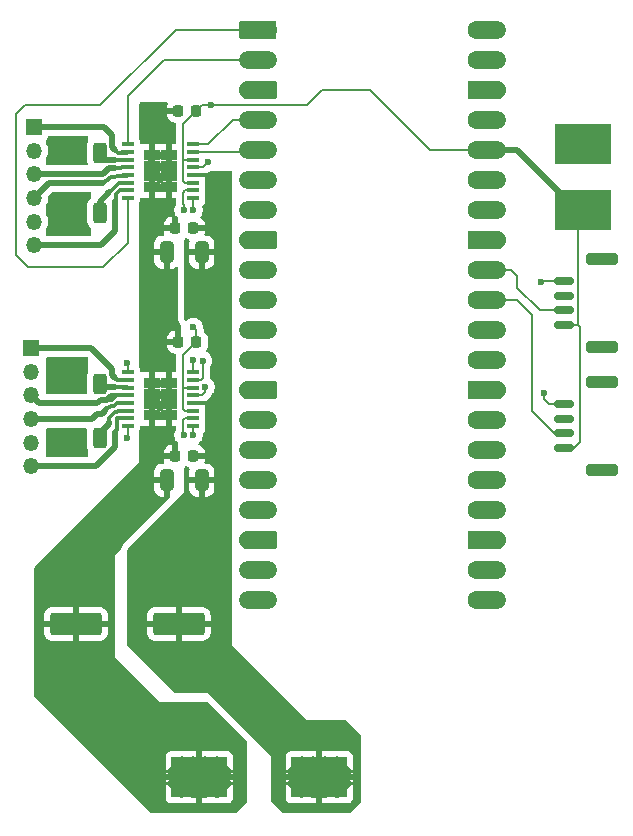
<source format=gtl>
%TF.GenerationSoftware,KiCad,Pcbnew,9.0.0*%
%TF.CreationDate,2025-06-14T22:04:30-04:00*%
%TF.ProjectId,equatorial-mount,65717561-746f-4726-9961-6c2d6d6f756e,rev?*%
%TF.SameCoordinates,Original*%
%TF.FileFunction,Copper,L1,Top*%
%TF.FilePolarity,Positive*%
%FSLAX46Y46*%
G04 Gerber Fmt 4.6, Leading zero omitted, Abs format (unit mm)*
G04 Created by KiCad (PCBNEW 9.0.0) date 2025-06-14 22:04:30*
%MOMM*%
%LPD*%
G01*
G04 APERTURE LIST*
G04 Aperture macros list*
%AMRoundRect*
0 Rectangle with rounded corners*
0 $1 Rounding radius*
0 $2 $3 $4 $5 $6 $7 $8 $9 X,Y pos of 4 corners*
0 Add a 4 corners polygon primitive as box body*
4,1,4,$2,$3,$4,$5,$6,$7,$8,$9,$2,$3,0*
0 Add four circle primitives for the rounded corners*
1,1,$1+$1,$2,$3*
1,1,$1+$1,$4,$5*
1,1,$1+$1,$6,$7*
1,1,$1+$1,$8,$9*
0 Add four rect primitives between the rounded corners*
20,1,$1+$1,$2,$3,$4,$5,0*
20,1,$1+$1,$4,$5,$6,$7,0*
20,1,$1+$1,$6,$7,$8,$9,0*
20,1,$1+$1,$8,$9,$2,$3,0*%
%AMFreePoly0*
4,1,37,0.800000,0.796148,0.878414,0.796148,1.032228,0.765552,1.177117,0.705537,1.307515,0.618408,1.418408,0.507515,1.505537,0.377117,1.565552,0.232228,1.596148,0.078414,1.596148,-0.078414,1.565552,-0.232228,1.505537,-0.377117,1.418408,-0.507515,1.307515,-0.618408,1.177117,-0.705537,1.032228,-0.765552,0.878414,-0.796148,0.800000,-0.796148,0.800000,-0.800000,-1.400000,-0.800000,
-1.403843,-0.796157,-1.439018,-0.796157,-1.511114,-0.766294,-1.566294,-0.711114,-1.596157,-0.639018,-1.596157,-0.603843,-1.600000,-0.600000,-1.600000,0.600000,-1.596157,0.603843,-1.596157,0.639018,-1.566294,0.711114,-1.511114,0.766294,-1.439018,0.796157,-1.403843,0.796157,-1.400000,0.800000,0.800000,0.800000,0.800000,0.796148,0.800000,0.796148,$1*%
%AMFreePoly1*
4,1,37,1.403843,0.796157,1.439018,0.796157,1.511114,0.766294,1.566294,0.711114,1.596157,0.639018,1.596157,0.603843,1.600000,0.600000,1.600000,-0.600000,1.596157,-0.603843,1.596157,-0.639018,1.566294,-0.711114,1.511114,-0.766294,1.439018,-0.796157,1.403843,-0.796157,1.400000,-0.800000,-0.800000,-0.800000,-0.800000,-0.796148,-0.878414,-0.796148,-1.032228,-0.765552,-1.177117,-0.705537,
-1.307515,-0.618408,-1.418408,-0.507515,-1.505537,-0.377117,-1.565552,-0.232228,-1.596148,-0.078414,-1.596148,0.078414,-1.565552,0.232228,-1.505537,0.377117,-1.418408,0.507515,-1.307515,0.618408,-1.177117,0.705537,-1.032228,0.765552,-0.878414,0.796148,-0.800000,0.796148,-0.800000,0.800000,1.400000,0.800000,1.403843,0.796157,1.403843,0.796157,$1*%
%AMFreePoly2*
4,1,37,0.603843,0.796157,0.639018,0.796157,0.711114,0.766294,0.766294,0.711114,0.796157,0.639018,0.796157,0.603843,0.800000,0.600000,0.800000,-0.600000,0.796157,-0.603843,0.796157,-0.639018,0.766294,-0.711114,0.711114,-0.766294,0.639018,-0.796157,0.603843,-0.796157,0.600000,-0.800000,0.000000,-0.800000,0.000000,-0.796148,-0.078414,-0.796148,-0.232228,-0.765552,-0.377117,-0.705537,
-0.507515,-0.618408,-0.618408,-0.507515,-0.705537,-0.377117,-0.765552,-0.232228,-0.796148,-0.078414,-0.796148,0.078414,-0.765552,0.232228,-0.705537,0.377117,-0.618408,0.507515,-0.507515,0.618408,-0.377117,0.705537,-0.232228,0.765552,-0.078414,0.796148,0.000000,0.796148,0.000000,0.800000,0.600000,0.800000,0.603843,0.796157,0.603843,0.796157,$1*%
%AMFreePoly3*
4,1,37,0.000000,0.796148,0.078414,0.796148,0.232228,0.765552,0.377117,0.705537,0.507515,0.618408,0.618408,0.507515,0.705537,0.377117,0.765552,0.232228,0.796148,0.078414,0.796148,-0.078414,0.765552,-0.232228,0.705537,-0.377117,0.618408,-0.507515,0.507515,-0.618408,0.377117,-0.705537,0.232228,-0.765552,0.078414,-0.796148,0.000000,-0.796148,0.000000,-0.800000,-0.600000,-0.800000,
-0.603843,-0.796157,-0.639018,-0.796157,-0.711114,-0.766294,-0.766294,-0.711114,-0.796157,-0.639018,-0.796157,-0.603843,-0.800000,-0.600000,-0.800000,0.600000,-0.796157,0.603843,-0.796157,0.639018,-0.766294,0.711114,-0.711114,0.766294,-0.639018,0.796157,-0.603843,0.796157,-0.600000,0.800000,0.000000,0.800000,0.000000,0.796148,0.000000,0.796148,$1*%
G04 Aperture macros list end*
%TA.AperFunction,SMDPad,CuDef*%
%ADD10RoundRect,0.250000X1.950000X0.700000X-1.950000X0.700000X-1.950000X-0.700000X1.950000X-0.700000X0*%
%TD*%
%TA.AperFunction,SMDPad,CuDef*%
%ADD11R,1.050000X0.450000*%
%TD*%
%TA.AperFunction,SMDPad,CuDef*%
%ADD12R,1.470000X0.895000*%
%TD*%
%TA.AperFunction,SMDPad,CuDef*%
%ADD13RoundRect,0.250000X0.312500X0.625000X-0.312500X0.625000X-0.312500X-0.625000X0.312500X-0.625000X0*%
%TD*%
%TA.AperFunction,ComponentPad*%
%ADD14R,1.350000X1.350000*%
%TD*%
%TA.AperFunction,ComponentPad*%
%ADD15O,1.350000X1.350000*%
%TD*%
%TA.AperFunction,SMDPad,CuDef*%
%ADD16RoundRect,0.250000X0.325000X0.650000X-0.325000X0.650000X-0.325000X-0.650000X0.325000X-0.650000X0*%
%TD*%
%TA.AperFunction,SMDPad,CuDef*%
%ADD17RoundRect,0.225000X0.225000X0.250000X-0.225000X0.250000X-0.225000X-0.250000X0.225000X-0.250000X0*%
%TD*%
%TA.AperFunction,SMDPad,CuDef*%
%ADD18RoundRect,0.150000X0.700000X-0.150000X0.700000X0.150000X-0.700000X0.150000X-0.700000X-0.150000X0*%
%TD*%
%TA.AperFunction,SMDPad,CuDef*%
%ADD19RoundRect,0.250000X1.100000X-0.250000X1.100000X0.250000X-1.100000X0.250000X-1.100000X-0.250000X0*%
%TD*%
%TA.AperFunction,ComponentPad*%
%ADD20C,0.600000*%
%TD*%
%TA.AperFunction,SMDPad,CuDef*%
%ADD21R,4.699000X3.429000*%
%TD*%
%TA.AperFunction,SMDPad,CuDef*%
%ADD22FreePoly0,0.000000*%
%TD*%
%TA.AperFunction,ComponentPad*%
%ADD23RoundRect,0.200000X-0.600000X-0.600000X0.600000X-0.600000X0.600000X0.600000X-0.600000X0.600000X0*%
%TD*%
%TA.AperFunction,SMDPad,CuDef*%
%ADD24RoundRect,0.800000X-0.800000X-0.000010X0.800000X-0.000010X0.800000X0.000010X-0.800000X0.000010X0*%
%TD*%
%TA.AperFunction,ComponentPad*%
%ADD25C,1.600000*%
%TD*%
%TA.AperFunction,SMDPad,CuDef*%
%ADD26FreePoly1,0.000000*%
%TD*%
%TA.AperFunction,ComponentPad*%
%ADD27FreePoly2,0.000000*%
%TD*%
%TA.AperFunction,ComponentPad*%
%ADD28FreePoly3,0.000000*%
%TD*%
%TA.AperFunction,ViaPad*%
%ADD29C,0.600000*%
%TD*%
%TA.AperFunction,Conductor*%
%ADD30C,0.203200*%
%TD*%
%TA.AperFunction,Conductor*%
%ADD31C,0.304800*%
%TD*%
%TA.AperFunction,Conductor*%
%ADD32C,0.508000*%
%TD*%
%TA.AperFunction,Conductor*%
%ADD33C,0.200000*%
%TD*%
G04 APERTURE END LIST*
D10*
%TO.P,C1,1*%
%TO.N,+12V*%
X121698000Y-123952000D03*
%TO.P,C1,2*%
%TO.N,GND*%
X112998000Y-123952000D03*
%TD*%
D11*
%TO.P,U4,1,~{SLEEP}*%
%TO.N,Net-(A1-GPIO7)*%
X117367000Y-102627000D03*
%TO.P,U4,2,AOUT1*%
%TO.N,Net-(J5-Pin_1)*%
X117367000Y-103277000D03*
%TO.P,U4,3,AISEN*%
%TO.N,Net-(U4-AISEN)*%
X117367000Y-103927000D03*
%TO.P,U4,4,AOUT2*%
%TO.N,Net-(J5-Pin_3)*%
X117367000Y-104577000D03*
%TO.P,U4,5,BOUT2*%
%TO.N,Net-(J5-Pin_4)*%
X117367000Y-105227000D03*
%TO.P,U4,6,BISEN*%
%TO.N,Net-(U4-BISEN)*%
X117367000Y-105877000D03*
%TO.P,U4,7,BOUT1*%
%TO.N,Net-(J5-Pin_6)*%
X117367000Y-106527000D03*
%TO.P,U4,8,~{FAULT}*%
%TO.N,Net-(A1-GPIO6)*%
X117367000Y-107177000D03*
%TO.P,U4,9,BIN1*%
%TO.N,Net-(A1-GPIO10)*%
X122917000Y-107177000D03*
%TO.P,U4,10,BIN2*%
%TO.N,Net-(A1-GPIO11)*%
X122917000Y-106527000D03*
%TO.P,U4,11,VREF*%
%TO.N,+3.3V*%
X122917000Y-105877000D03*
%TO.P,U4,12,VM*%
%TO.N,+12V*%
X122917000Y-105227000D03*
%TO.P,U4,13,GND*%
%TO.N,GND*%
X122917000Y-104577000D03*
%TO.P,U4,14,VINT*%
%TO.N,+3.3V*%
X122917000Y-103927000D03*
%TO.P,U4,15,AIN2*%
%TO.N,Net-(A1-GPIO9)*%
X122917000Y-103277000D03*
%TO.P,U4,16,AIN1*%
%TO.N,Net-(A1-GPIO8)*%
X122917000Y-102627000D03*
D12*
%TO.P,U4,17,GND*%
%TO.N,GND*%
X119407000Y-103559500D03*
X119407000Y-104454500D03*
X119407000Y-105349500D03*
X119407000Y-106244500D03*
X120877000Y-103559500D03*
X120877000Y-104454500D03*
X120877000Y-105349500D03*
X120877000Y-106244500D03*
%TD*%
D13*
%TO.P,R8,1*%
%TO.N,Net-(U4-BISEN)*%
X115000500Y-108204000D03*
%TO.P,R8,2*%
%TO.N,GND*%
X112075500Y-108204000D03*
%TD*%
%TO.P,R7,1*%
%TO.N,Net-(U4-AISEN)*%
X115000500Y-103632000D03*
%TO.P,R7,2*%
%TO.N,GND*%
X112075500Y-103632000D03*
%TD*%
D14*
%TO.P,J5,1,Pin_1*%
%TO.N,Net-(J5-Pin_1)*%
X109220000Y-100584000D03*
D15*
%TO.P,J5,2,Pin_2*%
%TO.N,unconnected-(J5-Pin_2-Pad2)*%
X109220000Y-102584000D03*
%TO.P,J5,3,Pin_3*%
%TO.N,Net-(J5-Pin_3)*%
X109220000Y-104584000D03*
%TO.P,J5,4,Pin_4*%
%TO.N,Net-(J5-Pin_4)*%
X109220000Y-106584000D03*
%TO.P,J5,5,Pin_5*%
%TO.N,unconnected-(J5-Pin_5-Pad5)*%
X109220000Y-108584000D03*
%TO.P,J5,6,Pin_6*%
%TO.N,Net-(J5-Pin_6)*%
X109220000Y-110584000D03*
%TD*%
D16*
%TO.P,C9,1*%
%TO.N,+12V*%
X123649000Y-111760000D03*
%TO.P,C9,2*%
%TO.N,GND*%
X120699000Y-111760000D03*
%TD*%
D17*
%TO.P,C8,1*%
%TO.N,+12V*%
X122949000Y-109728000D03*
%TO.P,C8,2*%
%TO.N,GND*%
X121399000Y-109728000D03*
%TD*%
%TO.P,C7,1*%
%TO.N,+3.3V*%
X123203000Y-100076000D03*
%TO.P,C7,2*%
%TO.N,GND*%
X121653000Y-100076000D03*
%TD*%
D18*
%TO.P,J3,1,Pin_1*%
%TO.N,+3.3V*%
X154360000Y-98649000D03*
%TO.P,J3,2,Pin_2*%
%TO.N,Net-(A1-GPIO27_ADC1)*%
X154360000Y-97399000D03*
%TO.P,J3,3,Pin_3*%
%TO.N,unconnected-(J3-Pin_3-Pad3)*%
X154360000Y-96149000D03*
%TO.P,J3,4,Pin_4*%
%TO.N,GND*%
X154360000Y-94899000D03*
D19*
%TO.P,J3,MP*%
%TO.N,N/C*%
X157560000Y-100499000D03*
X157560000Y-93049000D03*
%TD*%
D20*
%TO.P,TP1,1,1*%
%TO.N,+12V*%
X131604000Y-135906000D03*
X131604000Y-136906000D03*
X131604000Y-137906000D03*
X132104000Y-136406000D03*
X132104000Y-137406000D03*
X132604000Y-135906000D03*
X132604000Y-136906000D03*
X132604000Y-137906000D03*
X133089900Y-137404281D03*
X133104000Y-136406000D03*
X133604000Y-135906000D03*
X133604000Y-136906000D03*
D21*
X133604000Y-136906000D03*
D20*
X133604000Y-137906000D03*
X134104000Y-136406000D03*
X134104000Y-137406000D03*
X134604000Y-135906000D03*
X134604000Y-136906000D03*
X134604000Y-137906000D03*
X135104000Y-136406000D03*
X135104000Y-137406000D03*
X135604000Y-135906000D03*
X135604000Y-136906000D03*
X135604000Y-137906000D03*
%TD*%
D13*
%TO.P,R6,1*%
%TO.N,Net-(U3-AISEN)*%
X115000500Y-84074000D03*
%TO.P,R6,2*%
%TO.N,GND*%
X112075500Y-84074000D03*
%TD*%
D20*
%TO.P,TP3,1,1*%
%TO.N,GND*%
X121444000Y-135906000D03*
X121444000Y-136906000D03*
X121444000Y-137906000D03*
X121944000Y-136406000D03*
X121944000Y-137406000D03*
X122444000Y-135906000D03*
X122444000Y-136906000D03*
X122444000Y-137906000D03*
X122929900Y-137404281D03*
X122944000Y-136406000D03*
X123444000Y-135906000D03*
X123444000Y-136906000D03*
D21*
X123444000Y-136906000D03*
D20*
X123444000Y-137906000D03*
X123944000Y-136406000D03*
X123944000Y-137406000D03*
X124444000Y-135906000D03*
X124444000Y-136906000D03*
X124444000Y-137906000D03*
X124944000Y-136406000D03*
X124944000Y-137406000D03*
X125444000Y-135906000D03*
X125444000Y-136906000D03*
X125444000Y-137906000D03*
%TD*%
%TO.P,TP2,1,1*%
%TO.N,+3.3V*%
X153956000Y-87900000D03*
X153956000Y-88900000D03*
X153956000Y-89900000D03*
X154456000Y-88400000D03*
X154456000Y-89400000D03*
X154956000Y-87900000D03*
X154956000Y-88900000D03*
X154956000Y-89900000D03*
X155441900Y-89398281D03*
X155456000Y-88400000D03*
X155956000Y-87900000D03*
X155956000Y-88900000D03*
D21*
X155956000Y-88900000D03*
D20*
X155956000Y-89900000D03*
X156456000Y-88400000D03*
X156456000Y-89400000D03*
X156956000Y-87900000D03*
X156956000Y-88900000D03*
X156956000Y-89900000D03*
X157456000Y-88400000D03*
X157456000Y-89400000D03*
X157956000Y-87900000D03*
X157956000Y-88900000D03*
X157956000Y-89900000D03*
%TD*%
D17*
%TO.P,C6,1*%
%TO.N,+3.3V*%
X123203000Y-80518000D03*
%TO.P,C6,2*%
%TO.N,GND*%
X121653000Y-80518000D03*
%TD*%
D13*
%TO.P,R5,1*%
%TO.N,Net-(U3-BISEN)*%
X115000500Y-89154000D03*
%TO.P,R5,2*%
%TO.N,GND*%
X112075500Y-89154000D03*
%TD*%
D22*
%TO.P,A1,1,GPIO0*%
%TO.N,Net-(A1-GPIO0)*%
X128409500Y-73613000D03*
D23*
X129209500Y-73613000D03*
D24*
%TO.P,A1,2,GPIO1*%
%TO.N,Net-(A1-GPIO1)*%
X128409500Y-76153000D03*
D25*
X129209500Y-76153000D03*
D26*
%TO.P,A1,3,GND*%
%TO.N,GND*%
X128409500Y-78693000D03*
D27*
X129209500Y-78693000D03*
D24*
%TO.P,A1,4,GPIO2*%
%TO.N,Net-(A1-GPIO2)*%
X128409500Y-81233000D03*
D25*
X129209500Y-81233000D03*
D24*
%TO.P,A1,5,GPIO3*%
%TO.N,Net-(A1-GPIO3)*%
X128409500Y-83773000D03*
D25*
X129209500Y-83773000D03*
D24*
%TO.P,A1,6,GPIO4*%
%TO.N,Net-(A1-GPIO4)*%
X128409500Y-86313000D03*
D25*
X129209500Y-86313000D03*
D24*
%TO.P,A1,7,GPIO5*%
%TO.N,Net-(A1-GPIO5)*%
X128409500Y-88853000D03*
D25*
X129209500Y-88853000D03*
D26*
%TO.P,A1,8,GND*%
%TO.N,GND*%
X128409500Y-91393000D03*
D27*
X129209500Y-91393000D03*
D24*
%TO.P,A1,9,GPIO6*%
%TO.N,Net-(A1-GPIO6)*%
X128409500Y-93933000D03*
D25*
X129209500Y-93933000D03*
D24*
%TO.P,A1,10,GPIO7*%
%TO.N,Net-(A1-GPIO7)*%
X128409500Y-96473000D03*
D25*
X129209500Y-96473000D03*
D24*
%TO.P,A1,11,GPIO8*%
%TO.N,Net-(A1-GPIO8)*%
X128409500Y-99013000D03*
D25*
X129209500Y-99013000D03*
D24*
%TO.P,A1,12,GPIO9*%
%TO.N,Net-(A1-GPIO9)*%
X128409500Y-101553000D03*
D25*
X129209500Y-101553000D03*
D26*
%TO.P,A1,13,GND*%
%TO.N,GND*%
X128409500Y-104093000D03*
D27*
X129209500Y-104093000D03*
D24*
%TO.P,A1,14,GPIO10*%
%TO.N,Net-(A1-GPIO10)*%
X128409500Y-106633000D03*
D25*
X129209500Y-106633000D03*
D24*
%TO.P,A1,15,GPIO11*%
%TO.N,Net-(A1-GPIO11)*%
X128409500Y-109173000D03*
D25*
X129209500Y-109173000D03*
D24*
%TO.P,A1,16,GPIO12*%
%TO.N,unconnected-(A1-GPIO12-Pad16)*%
X128409500Y-111713000D03*
D25*
X129209500Y-111713000D03*
D24*
%TO.P,A1,17,GPIO13*%
%TO.N,unconnected-(A1-GPIO13-Pad17)*%
X128409500Y-114253000D03*
D25*
X129209500Y-114253000D03*
D26*
%TO.P,A1,18,GND*%
%TO.N,GND*%
X128409500Y-116793000D03*
D27*
X129209500Y-116793000D03*
D24*
%TO.P,A1,19,GPIO14*%
%TO.N,unconnected-(A1-GPIO14-Pad19)*%
X128409500Y-119333000D03*
D25*
X129209500Y-119333000D03*
D24*
%TO.P,A1,20,GPIO15*%
%TO.N,unconnected-(A1-GPIO15-Pad20)*%
X128409500Y-121873000D03*
D25*
X129209500Y-121873000D03*
%TO.P,A1,21,GPIO16*%
%TO.N,unconnected-(A1-GPIO16-Pad21)*%
X146989500Y-121873000D03*
D24*
X147789500Y-121873000D03*
D25*
%TO.P,A1,22,GPIO17*%
%TO.N,unconnected-(A1-GPIO17-Pad22)*%
X146989500Y-119333000D03*
D24*
X147789500Y-119333000D03*
D28*
%TO.P,A1,23,GND*%
%TO.N,GND*%
X146989500Y-116793000D03*
D22*
X147789500Y-116793000D03*
D25*
%TO.P,A1,24,GPIO18*%
%TO.N,unconnected-(A1-GPIO18-Pad24)*%
X146989500Y-114253000D03*
D24*
X147789500Y-114253000D03*
D25*
%TO.P,A1,25,GPIO19*%
%TO.N,unconnected-(A1-GPIO19-Pad25)*%
X146989500Y-111713000D03*
D24*
X147789500Y-111713000D03*
D25*
%TO.P,A1,26,GPIO20*%
%TO.N,unconnected-(A1-GPIO20-Pad26)*%
X146989500Y-109173000D03*
D24*
X147789500Y-109173000D03*
D25*
%TO.P,A1,27,GPIO21*%
%TO.N,unconnected-(A1-GPIO21-Pad27)*%
X146989500Y-106633000D03*
D24*
X147789500Y-106633000D03*
D28*
%TO.P,A1,28,GND*%
%TO.N,GND*%
X146989500Y-104093000D03*
D22*
X147789500Y-104093000D03*
D25*
%TO.P,A1,29,GPIO22*%
%TO.N,unconnected-(A1-GPIO22-Pad29)*%
X146989500Y-101553000D03*
D24*
X147789500Y-101553000D03*
D25*
%TO.P,A1,30,RUN*%
%TO.N,unconnected-(A1-RUN-Pad30)*%
X146989500Y-99013000D03*
D24*
X147789500Y-99013000D03*
D25*
%TO.P,A1,31,GPIO26_ADC0*%
%TO.N,Net-(A1-GPIO26_ADC0)*%
X146989500Y-96473000D03*
D24*
X147789500Y-96473000D03*
D25*
%TO.P,A1,32,GPIO27_ADC1*%
%TO.N,Net-(A1-GPIO27_ADC1)*%
X146989500Y-93933000D03*
D24*
X147789500Y-93933000D03*
D28*
%TO.P,A1,33,AGND*%
%TO.N,unconnected-(A1-AGND-Pad33)*%
X146989500Y-91393000D03*
D22*
X147789500Y-91393000D03*
D25*
%TO.P,A1,34,GPIO28_ADC2*%
%TO.N,unconnected-(A1-GPIO28_ADC2-Pad34)*%
X146989500Y-88853000D03*
D24*
X147789500Y-88853000D03*
D25*
%TO.P,A1,35,ADC_VREF*%
%TO.N,unconnected-(A1-ADC_VREF-Pad35)*%
X146989500Y-86313000D03*
D24*
X147789500Y-86313000D03*
D25*
%TO.P,A1,36,3V3*%
%TO.N,+3.3V*%
X146989500Y-83773000D03*
D24*
X147789500Y-83773000D03*
D25*
%TO.P,A1,37,3V3_EN*%
%TO.N,unconnected-(A1-3V3_EN-Pad37)*%
X146989500Y-81233000D03*
D24*
X147789500Y-81233000D03*
D28*
%TO.P,A1,38,GND*%
%TO.N,GND*%
X146989500Y-78693000D03*
D22*
X147789500Y-78693000D03*
D25*
%TO.P,A1,39,VSYS*%
%TO.N,unconnected-(A1-VSYS-Pad39)*%
X146989500Y-76153000D03*
D24*
X147789500Y-76153000D03*
D25*
%TO.P,A1,40,VBUS*%
%TO.N,unconnected-(A1-VBUS-Pad40)*%
X146989500Y-73613000D03*
D24*
X147789500Y-73613000D03*
%TD*%
D17*
%TO.P,C5,1*%
%TO.N,+12V*%
X122949000Y-90424000D03*
%TO.P,C5,2*%
%TO.N,GND*%
X121399000Y-90424000D03*
%TD*%
D11*
%TO.P,U3,1,~{SLEEP}*%
%TO.N,Net-(A1-GPIO1)*%
X117367000Y-83323000D03*
%TO.P,U3,2,AOUT1*%
%TO.N,Net-(J2-Pin_1)*%
X117367000Y-83973000D03*
%TO.P,U3,3,AISEN*%
%TO.N,Net-(U3-AISEN)*%
X117367000Y-84623000D03*
%TO.P,U3,4,AOUT2*%
%TO.N,Net-(J2-Pin_3)*%
X117367000Y-85273000D03*
%TO.P,U3,5,BOUT2*%
%TO.N,Net-(J2-Pin_4)*%
X117367000Y-85923000D03*
%TO.P,U3,6,BISEN*%
%TO.N,Net-(U3-BISEN)*%
X117367000Y-86573000D03*
%TO.P,U3,7,BOUT1*%
%TO.N,Net-(J2-Pin_6)*%
X117367000Y-87223000D03*
%TO.P,U3,8,~{FAULT}*%
%TO.N,Net-(A1-GPIO0)*%
X117367000Y-87873000D03*
%TO.P,U3,9,BIN1*%
%TO.N,Net-(A1-GPIO4)*%
X122917000Y-87873000D03*
%TO.P,U3,10,BIN2*%
%TO.N,Net-(A1-GPIO5)*%
X122917000Y-87223000D03*
%TO.P,U3,11,VREF*%
%TO.N,+3.3V*%
X122917000Y-86573000D03*
%TO.P,U3,12,VM*%
%TO.N,+12V*%
X122917000Y-85923000D03*
%TO.P,U3,13,GND*%
%TO.N,GND*%
X122917000Y-85273000D03*
%TO.P,U3,14,VINT*%
%TO.N,+3.3V*%
X122917000Y-84623000D03*
%TO.P,U3,15,AIN2*%
%TO.N,Net-(A1-GPIO3)*%
X122917000Y-83973000D03*
%TO.P,U3,16,AIN1*%
%TO.N,Net-(A1-GPIO2)*%
X122917000Y-83323000D03*
D12*
%TO.P,U3,17,GND*%
%TO.N,GND*%
X119407000Y-84255500D03*
X119407000Y-85150500D03*
X119407000Y-86045500D03*
X119407000Y-86940500D03*
X120877000Y-84255500D03*
X120877000Y-85150500D03*
X120877000Y-86045500D03*
X120877000Y-86940500D03*
%TD*%
D16*
%TO.P,C4,1*%
%TO.N,+12V*%
X123649000Y-92456000D03*
%TO.P,C4,2*%
%TO.N,GND*%
X120699000Y-92456000D03*
%TD*%
D18*
%TO.P,J4,1,Pin_1*%
%TO.N,+3.3V*%
X154360000Y-109063000D03*
%TO.P,J4,2,Pin_2*%
%TO.N,Net-(A1-GPIO26_ADC0)*%
X154360000Y-107813000D03*
%TO.P,J4,3,Pin_3*%
%TO.N,unconnected-(J4-Pin_3-Pad3)*%
X154360000Y-106563000D03*
%TO.P,J4,4,Pin_4*%
%TO.N,GND*%
X154360000Y-105313000D03*
D19*
%TO.P,J4,MP*%
%TO.N,N/C*%
X157560000Y-110913000D03*
X157560000Y-103463000D03*
%TD*%
D14*
%TO.P,J2,1,Pin_1*%
%TO.N,Net-(J2-Pin_1)*%
X109474000Y-81868000D03*
D15*
%TO.P,J2,2,Pin_2*%
%TO.N,unconnected-(J2-Pin_2-Pad2)*%
X109474000Y-83868000D03*
%TO.P,J2,3,Pin_3*%
%TO.N,Net-(J2-Pin_3)*%
X109474000Y-85868000D03*
%TO.P,J2,4,Pin_4*%
%TO.N,Net-(J2-Pin_4)*%
X109474000Y-87868000D03*
%TO.P,J2,5,Pin_5*%
%TO.N,unconnected-(J2-Pin_5-Pad5)*%
X109474000Y-89868000D03*
%TO.P,J2,6,Pin_6*%
%TO.N,Net-(J2-Pin_6)*%
X109474000Y-91868000D03*
%TD*%
D20*
%TO.P,TP4,1,1*%
%TO.N,GND*%
X153956000Y-82312000D03*
X153956000Y-83312000D03*
X153956000Y-84312000D03*
X154456000Y-82812000D03*
X154456000Y-83812000D03*
X154956000Y-82312000D03*
X154956000Y-83312000D03*
X154956000Y-84312000D03*
X155441900Y-83810281D03*
X155456000Y-82812000D03*
X155956000Y-82312000D03*
X155956000Y-83312000D03*
D21*
X155956000Y-83312000D03*
D20*
X155956000Y-84312000D03*
X156456000Y-82812000D03*
X156456000Y-83812000D03*
X156956000Y-82312000D03*
X156956000Y-83312000D03*
X156956000Y-84312000D03*
X157456000Y-82812000D03*
X157456000Y-83812000D03*
X157956000Y-82312000D03*
X157956000Y-83312000D03*
X157956000Y-84312000D03*
%TD*%
D29*
%TO.N,GND*%
X110490000Y-126365000D03*
X111760000Y-126365000D03*
X113030000Y-126365000D03*
X114300000Y-126365000D03*
X115570000Y-126365000D03*
X115570000Y-121920000D03*
X110490000Y-121920000D03*
X111760000Y-121920000D03*
X114300000Y-121920000D03*
X113030000Y-121920000D03*
X110998000Y-84709000D03*
X110998000Y-83820000D03*
X111506000Y-83058000D03*
X112395000Y-83058000D03*
X113284000Y-83058000D03*
X113284000Y-83820000D03*
X113284000Y-84582000D03*
X110998000Y-87884000D03*
X110998000Y-88900000D03*
X110998000Y-89789000D03*
X110998000Y-90678000D03*
X111887000Y-90678000D03*
X112649000Y-90678000D03*
X111760000Y-87884000D03*
X112649000Y-87884000D03*
X113538000Y-87884000D03*
X113538000Y-88900000D03*
X113538000Y-89789000D03*
X113538000Y-90678000D03*
X120904000Y-84074000D03*
X120904000Y-85852000D03*
X119380000Y-85852000D03*
X120142000Y-86360000D03*
X120904000Y-86868000D03*
X120142000Y-84328000D03*
X120142000Y-85344000D03*
X119380000Y-86868000D03*
X119380000Y-84836000D03*
X120142000Y-87122000D03*
X120904000Y-84836000D03*
X119380000Y-84074000D03*
X113284000Y-107696000D03*
X113284000Y-108585000D03*
X113665000Y-109474000D03*
X112776000Y-109474000D03*
X111887000Y-109474000D03*
X110998000Y-109347000D03*
X110998000Y-108458000D03*
X110998000Y-107696000D03*
X112649000Y-102108000D03*
X110998000Y-104140000D03*
X110998000Y-103124000D03*
X110998000Y-102108000D03*
X111887000Y-102108000D03*
X113538000Y-102108000D03*
X113538000Y-103124000D03*
X113538000Y-104140000D03*
X120142000Y-106426000D03*
X120904000Y-103378000D03*
X119380000Y-103378000D03*
X120142000Y-103632000D03*
X120904000Y-104140000D03*
X119380000Y-104140000D03*
X120142000Y-104648000D03*
X120904000Y-105156000D03*
X119380000Y-105156000D03*
X120142000Y-105664000D03*
X120904000Y-106172000D03*
X119380000Y-106172000D03*
X123952000Y-103886000D03*
X124206000Y-84836000D03*
%TO.N,Net-(A1-GPIO6)*%
X117348000Y-108204000D03*
%TO.N,Net-(A1-GPIO7)*%
X117348000Y-101854000D03*
%TO.N,Net-(A1-GPIO11)*%
X122135997Y-107950000D03*
%TO.N,Net-(A1-GPIO10)*%
X122936000Y-107950000D03*
%TO.N,Net-(A1-GPIO9)*%
X123742396Y-101644396D03*
%TO.N,Net-(A1-GPIO8)*%
X122936000Y-101600000D03*
%TO.N,+3.3V*%
X124460000Y-80010000D03*
X122936000Y-98806000D03*
%TO.N,GND*%
X152400000Y-94996000D03*
X152654000Y-104394000D03*
%TO.N,Net-(A1-GPIO5)*%
X122135997Y-88900000D03*
%TO.N,Net-(A1-GPIO4)*%
X122936000Y-88900000D03*
%TD*%
D30*
%TO.N,GND*%
X123952000Y-104270200D02*
X123952000Y-103886000D01*
X123645200Y-104577000D02*
X123952000Y-104270200D01*
X122917000Y-104577000D02*
X123645200Y-104577000D01*
X123769000Y-85273000D02*
X124206000Y-84836000D01*
X122917000Y-85273000D02*
X123769000Y-85273000D01*
%TO.N,Net-(A1-GPIO6)*%
X117367000Y-108185000D02*
X117348000Y-108204000D01*
X117367000Y-107177000D02*
X117367000Y-108185000D01*
%TO.N,Net-(A1-GPIO7)*%
X117367000Y-101873000D02*
X117348000Y-101854000D01*
X117367000Y-102627000D02*
X117367000Y-101873000D01*
%TO.N,Net-(A1-GPIO11)*%
X122089400Y-107903403D02*
X122135997Y-107950000D01*
X122089400Y-106649400D02*
X122089400Y-107903403D01*
X122211800Y-106527000D02*
X122089400Y-106649400D01*
X122917000Y-106527000D02*
X122211800Y-106527000D01*
%TO.N,Net-(A1-GPIO10)*%
X122917000Y-107931000D02*
X122936000Y-107950000D01*
X122917000Y-107177000D02*
X122917000Y-107931000D01*
%TO.N,Net-(A1-GPIO9)*%
X123744600Y-103154600D02*
X123744600Y-101646600D01*
X123622200Y-103277000D02*
X123744600Y-103154600D01*
X123744600Y-101646600D02*
X123742396Y-101644396D01*
X122917000Y-103277000D02*
X123622200Y-103277000D01*
%TO.N,Net-(A1-GPIO8)*%
X122917000Y-101619000D02*
X122936000Y-101600000D01*
X122917000Y-102627000D02*
X122917000Y-101619000D01*
%TO.N,+3.3V*%
X124460000Y-80010000D02*
X132588000Y-80010000D01*
X123203000Y-99073000D02*
X122936000Y-98806000D01*
X123203000Y-100076000D02*
X123203000Y-99073000D01*
%TO.N,GND*%
X152497000Y-94899000D02*
X152400000Y-94996000D01*
X154360000Y-94899000D02*
X152497000Y-94899000D01*
X152654000Y-104902000D02*
X152654000Y-104394000D01*
X152908000Y-105156000D02*
X152654000Y-104902000D01*
X153065000Y-105313000D02*
X152908000Y-105156000D01*
X154360000Y-105313000D02*
X153065000Y-105313000D01*
%TO.N,+3.3V*%
X142955000Y-83773000D02*
X147789500Y-83773000D01*
X137922000Y-78740000D02*
X142955000Y-83773000D01*
X132588000Y-80010000D02*
X133858000Y-78740000D01*
X123711000Y-80010000D02*
X124460000Y-80010000D01*
X123203000Y-80518000D02*
X123711000Y-80010000D01*
X133858000Y-78740000D02*
X137922000Y-78740000D01*
%TO.N,Net-(A1-GPIO5)*%
X122236794Y-87223000D02*
X122917000Y-87223000D01*
X122089400Y-87345400D02*
X122135997Y-87345400D01*
X122135997Y-87345400D02*
X122135997Y-87323797D01*
X122089400Y-88400600D02*
X122089400Y-87345400D01*
X122135997Y-87323797D02*
X122236794Y-87223000D01*
X122135997Y-88400600D02*
X122089400Y-88400600D01*
X122135997Y-88900000D02*
X122135997Y-88400600D01*
%TO.N,Net-(A1-GPIO4)*%
X122936000Y-87892000D02*
X122917000Y-87873000D01*
X122936000Y-88900000D02*
X122936000Y-87892000D01*
%TO.N,Net-(A1-GPIO0)*%
X121459000Y-73613000D02*
X129209500Y-73613000D01*
X115062000Y-80010000D02*
X121459000Y-73613000D01*
X108712000Y-80010000D02*
X115062000Y-80010000D01*
X107950000Y-80772000D02*
X108712000Y-80010000D01*
X107950000Y-92710000D02*
X107950000Y-80772000D01*
X108966000Y-93726000D02*
X107950000Y-92710000D01*
X115316000Y-93726000D02*
X108966000Y-93726000D01*
X117367000Y-91675000D02*
X115316000Y-93726000D01*
X117367000Y-87873000D02*
X117367000Y-91675000D01*
%TO.N,Net-(A1-GPIO1)*%
X120443000Y-76153000D02*
X128409500Y-76153000D01*
X117367000Y-79229000D02*
X120443000Y-76153000D01*
X117367000Y-83323000D02*
X117367000Y-79229000D01*
%TO.N,+3.3V*%
X122089400Y-101189600D02*
X123203000Y-100076000D01*
X122089400Y-104026400D02*
X122089400Y-101189600D01*
X122089400Y-104026400D02*
X122188800Y-103927000D01*
X122089400Y-105754600D02*
X122089400Y-104026400D01*
X122188800Y-103927000D02*
X122917000Y-103927000D01*
X122211800Y-105877000D02*
X122089400Y-105754600D01*
X122917000Y-105877000D02*
X122211800Y-105877000D01*
%TO.N,Net-(A1-GPIO2)*%
X126285000Y-81233000D02*
X129209500Y-81233000D01*
X124195000Y-83323000D02*
X126285000Y-81233000D01*
X122917000Y-83323000D02*
X124195000Y-83323000D01*
%TO.N,Net-(A1-GPIO3)*%
X129009500Y-83973000D02*
X129209500Y-83773000D01*
X122917000Y-83973000D02*
X129009500Y-83973000D01*
%TO.N,+3.3V*%
X122089400Y-84748600D02*
X122089400Y-81631600D01*
X122089400Y-81631600D02*
X123203000Y-80518000D01*
X122215000Y-84623000D02*
X122917000Y-84623000D01*
X122089400Y-84748600D02*
X122215000Y-84623000D01*
X122089400Y-86450600D02*
X122089400Y-84748600D01*
X122211800Y-86573000D02*
X122089400Y-86450600D01*
X122917000Y-86573000D02*
X122211800Y-86573000D01*
D31*
%TO.N,+12V*%
X124277000Y-105227000D02*
X124460000Y-105410000D01*
X122917000Y-105227000D02*
X124277000Y-105227000D01*
X124277000Y-85923000D02*
X124460000Y-86106000D01*
X122917000Y-85923000D02*
X124277000Y-85923000D01*
%TO.N,Net-(U4-BISEN)*%
X116275491Y-106021200D02*
X115815400Y-106481291D01*
X116437020Y-106021200D02*
X116275491Y-106021200D01*
X115815400Y-106481291D02*
X115815400Y-106835593D01*
X117367000Y-105877000D02*
X116581220Y-105877000D01*
X116581220Y-105877000D02*
X116437020Y-106021200D01*
%TO.N,Net-(J5-Pin_6)*%
X116485000Y-107543000D02*
X116332000Y-107696000D01*
X117367000Y-106527000D02*
X116485000Y-106527000D01*
X116485000Y-106527000D02*
X116485000Y-107543000D01*
D32*
%TO.N,Net-(U4-BISEN)*%
X115815400Y-106979278D02*
X115815400Y-106835593D01*
X115461339Y-107333339D02*
X115815400Y-106979278D01*
%TO.N,Net-(J5-Pin_4)*%
X115220000Y-106167200D02*
X115469200Y-105918000D01*
X115220000Y-106172000D02*
X115220000Y-106167200D01*
X115208000Y-106184000D02*
X115220000Y-106172000D01*
X114796000Y-106184000D02*
X115208000Y-106184000D01*
D31*
X115316000Y-105918000D02*
X115367600Y-105866400D01*
X115469200Y-105918000D02*
X115316000Y-105918000D01*
X115817800Y-105569400D02*
X115469200Y-105918000D01*
X115863541Y-105569400D02*
X115817800Y-105569400D01*
X115965141Y-105467800D02*
X115965142Y-105467800D01*
X115972593Y-105467800D02*
X115965141Y-105467800D01*
X115965142Y-105467800D02*
X115972593Y-105467800D01*
X115723200Y-105664000D02*
X115817800Y-105569400D01*
X115863542Y-105569400D02*
X115863541Y-105569400D01*
X115570000Y-105664000D02*
X115723200Y-105664000D01*
X115863542Y-105569400D02*
X115965142Y-105467800D01*
X115050000Y-106184000D02*
X115570000Y-105664000D01*
X115817800Y-105569400D02*
X115863542Y-105569400D01*
X114796000Y-106184000D02*
X115050000Y-106184000D01*
X116227509Y-105467800D02*
X115972593Y-105467800D01*
X116328400Y-105366910D02*
X116227510Y-105467800D01*
X116227510Y-105467800D02*
X116227509Y-105467800D01*
X116439910Y-105255400D02*
X116328400Y-105366910D01*
X116611993Y-105227000D02*
X116583593Y-105255400D01*
X117367000Y-105227000D02*
X116611993Y-105227000D01*
X116583593Y-105255400D02*
X116439910Y-105255400D01*
%TO.N,Net-(J5-Pin_3)*%
X116403000Y-104577000D02*
X117367000Y-104577000D01*
X116018000Y-104962000D02*
X116403000Y-104577000D01*
X115105000Y-104962000D02*
X116018000Y-104962000D01*
D32*
X109895000Y-105259000D02*
X109220000Y-104584000D01*
X114808000Y-105259000D02*
X109895000Y-105259000D01*
X115611948Y-104962000D02*
X115719948Y-104854000D01*
X115927000Y-104648000D02*
X116332000Y-104648000D01*
X115721000Y-104854000D02*
X115927000Y-104648000D01*
X114808000Y-105259000D02*
X115105000Y-104962000D01*
X115719948Y-104854000D02*
X115721000Y-104854000D01*
X115105000Y-104962000D02*
X115611948Y-104962000D01*
D31*
%TO.N,Net-(U4-BISEN)*%
X115461339Y-107189654D02*
X115461339Y-107333339D01*
X115815400Y-106835593D02*
X115461339Y-107189654D01*
D32*
%TO.N,Net-(J5-Pin_4)*%
X114396000Y-106584000D02*
X114554000Y-106426000D01*
X109220000Y-106584000D02*
X114396000Y-106584000D01*
X114554000Y-106426000D02*
X114796000Y-106184000D01*
%TO.N,Net-(U4-BISEN)*%
X115000500Y-107794178D02*
X115461339Y-107333339D01*
D31*
%TO.N,Net-(U4-AISEN)*%
X117367000Y-103927000D02*
X117295400Y-103855400D01*
X117295400Y-103855400D02*
X115854600Y-103855400D01*
D32*
X115824000Y-103886000D02*
X116332000Y-103886000D01*
D31*
X115854600Y-103855400D02*
X115824000Y-103886000D01*
%TO.N,Net-(J5-Pin_1)*%
X116485000Y-103277000D02*
X116078000Y-102870000D01*
X117367000Y-103277000D02*
X116485000Y-103277000D01*
%TO.N,Net-(J2-Pin_6)*%
X116431400Y-87530600D02*
X116431400Y-88546600D01*
X116431400Y-88546600D02*
X116332000Y-88646000D01*
X116739000Y-87223000D02*
X116431400Y-87530600D01*
X117367000Y-87223000D02*
X116739000Y-87223000D01*
D32*
X116332000Y-88646000D02*
X116332000Y-88138000D01*
D31*
%TO.N,Net-(U3-BISEN)*%
X116627000Y-86573000D02*
X115000500Y-88199500D01*
X117367000Y-86573000D02*
X116627000Y-86573000D01*
%TO.N,Net-(J2-Pin_4)*%
X116443400Y-85994600D02*
X117295400Y-85994600D01*
X116332000Y-86106000D02*
X116443400Y-85994600D01*
X115936994Y-86106000D02*
X116332000Y-86106000D01*
X115567594Y-86475400D02*
X115936994Y-86106000D01*
X117295400Y-85994600D02*
X117367000Y-85923000D01*
X115454600Y-86475400D02*
X115567594Y-86475400D01*
X115316000Y-86614000D02*
X115454600Y-86475400D01*
D32*
X110728000Y-86614000D02*
X109474000Y-87868000D01*
X115316000Y-86614000D02*
X110728000Y-86614000D01*
%TO.N,Net-(J2-Pin_3)*%
X115316000Y-85868000D02*
X115840000Y-85344000D01*
X115840000Y-85344000D02*
X116332000Y-85344000D01*
X109474000Y-85868000D02*
X115316000Y-85868000D01*
D31*
%TO.N,Net-(J2-Pin_1)*%
X116556600Y-84044600D02*
X116078000Y-83566000D01*
X116840000Y-84044600D02*
X116556600Y-84044600D01*
X116911600Y-83973000D02*
X116840000Y-84044600D01*
X117367000Y-83973000D02*
X116911600Y-83973000D01*
%TO.N,Net-(U3-AISEN)*%
X116344000Y-84623000D02*
X116332000Y-84635000D01*
X117367000Y-84623000D02*
X116344000Y-84623000D01*
%TO.N,Net-(J2-Pin_3)*%
X116840000Y-85344000D02*
X116332000Y-85344000D01*
X116911000Y-85273000D02*
X116840000Y-85344000D01*
X117367000Y-85273000D02*
X116911000Y-85273000D01*
D32*
%TO.N,Net-(J5-Pin_6)*%
X116332000Y-108966000D02*
X116332000Y-107696000D01*
X114714000Y-110584000D02*
X116332000Y-108966000D01*
X109220000Y-110584000D02*
X114714000Y-110584000D01*
%TO.N,Net-(U4-BISEN)*%
X115000500Y-108204000D02*
X115000500Y-107794178D01*
%TO.N,Net-(U4-AISEN)*%
X115254500Y-103886000D02*
X115824000Y-103886000D01*
X115000500Y-103632000D02*
X115254500Y-103886000D01*
%TO.N,Net-(J5-Pin_1)*%
X116078000Y-102870000D02*
X116332000Y-103124000D01*
X116078000Y-102362000D02*
X116078000Y-102870000D01*
X114300000Y-100584000D02*
X116078000Y-102362000D01*
X109220000Y-100584000D02*
X114300000Y-100584000D01*
%TO.N,Net-(J2-Pin_6)*%
X115142000Y-91868000D02*
X116332000Y-90678000D01*
X116332000Y-90678000D02*
X116332000Y-88646000D01*
X109474000Y-91868000D02*
X115142000Y-91868000D01*
%TO.N,Net-(U3-BISEN)*%
X115000500Y-88199500D02*
X115824000Y-87376000D01*
X115000500Y-89154000D02*
X115000500Y-88199500D01*
D33*
%TO.N,+3.3V*%
X155448000Y-88900000D02*
X155956000Y-88900000D01*
D32*
X150321000Y-83773000D02*
X155448000Y-88900000D01*
X146989500Y-83773000D02*
X150321000Y-83773000D01*
D33*
X155545000Y-89311000D02*
X155545000Y-98649000D01*
X155956000Y-88900000D02*
X155545000Y-89311000D01*
X155702000Y-98806000D02*
X155545000Y-98649000D01*
X155702000Y-108570999D02*
X155702000Y-98806000D01*
X155209999Y-109063000D02*
X155702000Y-108570999D01*
X154360000Y-109063000D02*
X155209999Y-109063000D01*
X155545000Y-98649000D02*
X154360000Y-98649000D01*
%TO.N,Net-(A1-GPIO27_ADC1)*%
X150368000Y-94488000D02*
X149813000Y-93933000D01*
X150368000Y-95504000D02*
X150368000Y-94488000D01*
X149813000Y-93933000D02*
X147789500Y-93933000D01*
X152263000Y-97399000D02*
X150368000Y-95504000D01*
X154360000Y-97399000D02*
X152263000Y-97399000D01*
%TO.N,Net-(A1-GPIO26_ADC0)*%
X151638000Y-97790000D02*
X150321000Y-96473000D01*
X150321000Y-96473000D02*
X147789500Y-96473000D01*
X151638000Y-105940999D02*
X151638000Y-97790000D01*
X153510001Y-107813000D02*
X151638000Y-105940999D01*
X154360000Y-107813000D02*
X153510001Y-107813000D01*
D32*
%TO.N,Net-(U3-AISEN)*%
X115000500Y-84074000D02*
X115561500Y-84635000D01*
X115561500Y-84635000D02*
X116332000Y-84635000D01*
D31*
%TO.N,Net-(J2-Pin_1)*%
X117295400Y-84044600D02*
X116840000Y-84044600D01*
X117295400Y-84044600D02*
X117367000Y-83973000D01*
D32*
X109474000Y-81868000D02*
X115396000Y-81868000D01*
X115396000Y-81868000D02*
X116078000Y-82550000D01*
X116078000Y-82550000D02*
X116078000Y-83566000D01*
X116078000Y-83566000D02*
X116332000Y-83820000D01*
%TD*%
%TA.AperFunction,Conductor*%
%TO.N,GND*%
G36*
X120736847Y-79775685D02*
G01*
X120782602Y-79828489D01*
X120792546Y-79897647D01*
X120775347Y-79945096D01*
X120766456Y-79959509D01*
X120766452Y-79959518D01*
X120713144Y-80120393D01*
X120703000Y-80219677D01*
X120703000Y-80268000D01*
X121529000Y-80268000D01*
X121596039Y-80287685D01*
X121641794Y-80340489D01*
X121653000Y-80392000D01*
X121653000Y-80644000D01*
X121633315Y-80711039D01*
X121580511Y-80756794D01*
X121529000Y-80768000D01*
X120703001Y-80768000D01*
X120703001Y-80816322D01*
X120713144Y-80915607D01*
X120766452Y-81076481D01*
X120766457Y-81076492D01*
X120855424Y-81220728D01*
X120855427Y-81220732D01*
X120975267Y-81340572D01*
X120975271Y-81340575D01*
X121119507Y-81429542D01*
X121119518Y-81429547D01*
X121280393Y-81482856D01*
X121375902Y-81492613D01*
X121440594Y-81519009D01*
X121480745Y-81576189D01*
X121487300Y-81615971D01*
X121487300Y-83184000D01*
X121467615Y-83251039D01*
X121414811Y-83296794D01*
X121363300Y-83308000D01*
X121127000Y-83308000D01*
X121127000Y-87888000D01*
X121363300Y-87888000D01*
X121430339Y-87907685D01*
X121476094Y-87960489D01*
X121487300Y-88012000D01*
X121487300Y-88392366D01*
X121467615Y-88459405D01*
X121466403Y-88461256D01*
X121426605Y-88520817D01*
X121426599Y-88520828D01*
X121366261Y-88666498D01*
X121366258Y-88666510D01*
X121335497Y-88821153D01*
X121335497Y-88978846D01*
X121366258Y-89133489D01*
X121366261Y-89133501D01*
X121426599Y-89279172D01*
X121426606Y-89279185D01*
X121514207Y-89410288D01*
X121514210Y-89410292D01*
X121612681Y-89508763D01*
X121646166Y-89570086D01*
X121649000Y-89596444D01*
X121649000Y-90300000D01*
X121629315Y-90367039D01*
X121576511Y-90412794D01*
X121525000Y-90424000D01*
X121399000Y-90424000D01*
X121399000Y-90550000D01*
X121379315Y-90617039D01*
X121326511Y-90662794D01*
X121275000Y-90674000D01*
X120449001Y-90674000D01*
X120449001Y-90722322D01*
X120459144Y-90821607D01*
X120482800Y-90892996D01*
X120485202Y-90962824D01*
X120449470Y-91022866D01*
X120386950Y-91054059D01*
X120365097Y-91056000D01*
X120324030Y-91056000D01*
X120324012Y-91056001D01*
X120221302Y-91066494D01*
X120054880Y-91121641D01*
X120054875Y-91121643D01*
X119905654Y-91213684D01*
X119781684Y-91337654D01*
X119689643Y-91486875D01*
X119689641Y-91486880D01*
X119634494Y-91653302D01*
X119634493Y-91653309D01*
X119624000Y-91756013D01*
X119624000Y-92206000D01*
X120575000Y-92206000D01*
X120642039Y-92225685D01*
X120687794Y-92278489D01*
X120699000Y-92330000D01*
X120699000Y-92456000D01*
X120825000Y-92456000D01*
X120892039Y-92475685D01*
X120937794Y-92528489D01*
X120949000Y-92580000D01*
X120949000Y-93855999D01*
X121073972Y-93855999D01*
X121073986Y-93855998D01*
X121176697Y-93845505D01*
X121343119Y-93790358D01*
X121343130Y-93790353D01*
X121479403Y-93706299D01*
X121546795Y-93687858D01*
X121613459Y-93708780D01*
X121658228Y-93762422D01*
X121668500Y-93811837D01*
X121668500Y-98136578D01*
X121668820Y-98154560D01*
X121669139Y-98163476D01*
X121670103Y-98181462D01*
X121670105Y-98181477D01*
X121700686Y-98322053D01*
X121700688Y-98322060D01*
X121714938Y-98360266D01*
X121725105Y-98387525D01*
X121725107Y-98387529D01*
X121786334Y-98499657D01*
X121794056Y-98513799D01*
X121883683Y-98603429D01*
X121917167Y-98664752D01*
X121920000Y-98691108D01*
X121920000Y-99032638D01*
X121903000Y-99090532D01*
X121903000Y-99952000D01*
X121883315Y-100019039D01*
X121830511Y-100064794D01*
X121779000Y-100076000D01*
X121653000Y-100076000D01*
X121653000Y-100202000D01*
X121633315Y-100269039D01*
X121580511Y-100314794D01*
X121529000Y-100326000D01*
X120703001Y-100326000D01*
X120703001Y-100374322D01*
X120713144Y-100473607D01*
X120766452Y-100634481D01*
X120766457Y-100634492D01*
X120855424Y-100778728D01*
X120855427Y-100778732D01*
X120975267Y-100898572D01*
X120975271Y-100898575D01*
X121119507Y-100987542D01*
X121119518Y-100987547D01*
X121280393Y-101040856D01*
X121375902Y-101050613D01*
X121440594Y-101077009D01*
X121480745Y-101134189D01*
X121487300Y-101173971D01*
X121487300Y-102488000D01*
X121467615Y-102555039D01*
X121414811Y-102600794D01*
X121363300Y-102612000D01*
X121127000Y-102612000D01*
X121127000Y-107192000D01*
X121363300Y-107192000D01*
X121371985Y-107194550D01*
X121380947Y-107193262D01*
X121404987Y-107204240D01*
X121430339Y-107211685D01*
X121436266Y-107218525D01*
X121444503Y-107222287D01*
X121458792Y-107244521D01*
X121476094Y-107264489D01*
X121478381Y-107275003D01*
X121482277Y-107281065D01*
X121487300Y-107316000D01*
X121487300Y-107442366D01*
X121467615Y-107509405D01*
X121466403Y-107511256D01*
X121426605Y-107570817D01*
X121426599Y-107570828D01*
X121366261Y-107716498D01*
X121366258Y-107716510D01*
X121335497Y-107871153D01*
X121335497Y-108028846D01*
X121366258Y-108183489D01*
X121366261Y-108183501D01*
X121426599Y-108329172D01*
X121426606Y-108329185D01*
X121514207Y-108460288D01*
X121514210Y-108460292D01*
X121625704Y-108571786D01*
X121630416Y-108575653D01*
X121629018Y-108577356D01*
X121667472Y-108623368D01*
X121676181Y-108692692D01*
X121649000Y-108749506D01*
X121649000Y-109604000D01*
X121629315Y-109671039D01*
X121576511Y-109716794D01*
X121525000Y-109728000D01*
X121399000Y-109728000D01*
X121399000Y-109854000D01*
X121379315Y-109921039D01*
X121326511Y-109966794D01*
X121275000Y-109978000D01*
X120449001Y-109978000D01*
X120449001Y-110026322D01*
X120459144Y-110125607D01*
X120482800Y-110196996D01*
X120485202Y-110266824D01*
X120449470Y-110326866D01*
X120386950Y-110358059D01*
X120365097Y-110360000D01*
X120324030Y-110360000D01*
X120324012Y-110360001D01*
X120221302Y-110370494D01*
X120054880Y-110425641D01*
X120054875Y-110425643D01*
X119905654Y-110517684D01*
X119781684Y-110641654D01*
X119689643Y-110790875D01*
X119689641Y-110790880D01*
X119634494Y-110957302D01*
X119634493Y-110957309D01*
X119624000Y-111060013D01*
X119624000Y-111510000D01*
X120575000Y-111510000D01*
X120642039Y-111529685D01*
X120687794Y-111582489D01*
X120699000Y-111634000D01*
X120699000Y-111760000D01*
X120825000Y-111760000D01*
X120892039Y-111779685D01*
X120937794Y-111832489D01*
X120949000Y-111884000D01*
X120949000Y-113180469D01*
X120957862Y-113196699D01*
X120952878Y-113266391D01*
X120924377Y-113310738D01*
X117026892Y-117208223D01*
X117026855Y-117208262D01*
X116990728Y-117248480D01*
X116990718Y-117248492D01*
X116974076Y-117269143D01*
X116942433Y-117313025D01*
X116882663Y-117443899D01*
X116862975Y-117510947D01*
X116862974Y-117510950D01*
X116857416Y-117549607D01*
X116828390Y-117613162D01*
X116822360Y-117619638D01*
X116332000Y-118109999D01*
X116332000Y-118110000D01*
X116332000Y-126746000D01*
X120142000Y-130556000D01*
X124154638Y-130556000D01*
X124221677Y-130575685D01*
X124242319Y-130592319D01*
X127471681Y-133821681D01*
X127505166Y-133883004D01*
X127508000Y-133909362D01*
X127508000Y-138886638D01*
X127488315Y-138953677D01*
X127471681Y-138974319D01*
X126528319Y-139917681D01*
X126466996Y-139951166D01*
X126440638Y-139954000D01*
X119431362Y-139954000D01*
X119364323Y-139934315D01*
X119343681Y-139917681D01*
X118094344Y-138668344D01*
X120594500Y-138668344D01*
X120600901Y-138727872D01*
X120600903Y-138727879D01*
X120651145Y-138862586D01*
X120651149Y-138862593D01*
X120737309Y-138977687D01*
X120737312Y-138977690D01*
X120852406Y-139063850D01*
X120852413Y-139063854D01*
X120987120Y-139114096D01*
X120987127Y-139114098D01*
X121046655Y-139120499D01*
X121046672Y-139120500D01*
X123194000Y-139120500D01*
X123194000Y-138509553D01*
X123193998Y-138509552D01*
X123694000Y-138509552D01*
X123694000Y-139120500D01*
X125841328Y-139120500D01*
X125841344Y-139120499D01*
X125900872Y-139114098D01*
X125900879Y-139114096D01*
X126035586Y-139063854D01*
X126035593Y-139063850D01*
X126150687Y-138977690D01*
X126150690Y-138977687D01*
X126236850Y-138862593D01*
X126236854Y-138862586D01*
X126287096Y-138727879D01*
X126287098Y-138727872D01*
X126293499Y-138668344D01*
X126293500Y-138668327D01*
X126293500Y-137156000D01*
X126047552Y-137156000D01*
X126209871Y-137318319D01*
X126243356Y-137379642D01*
X126238372Y-137449334D01*
X126209871Y-137493681D01*
X125620777Y-138082777D01*
X125031681Y-138671872D01*
X124970358Y-138705357D01*
X124900666Y-138700373D01*
X124856319Y-138671872D01*
X124444000Y-138259553D01*
X124031681Y-138671871D01*
X123970358Y-138705356D01*
X123900666Y-138700372D01*
X123856319Y-138671871D01*
X123694000Y-138509552D01*
X123193998Y-138509552D01*
X123031680Y-138671871D01*
X122970357Y-138705356D01*
X122900665Y-138700372D01*
X122856318Y-138671871D01*
X122444000Y-138259553D01*
X122031680Y-138671872D01*
X121970357Y-138705357D01*
X121900665Y-138700373D01*
X121856318Y-138671872D01*
X121126764Y-137942318D01*
X121060609Y-137876163D01*
X121294000Y-137876163D01*
X121294000Y-137935837D01*
X121316836Y-137990968D01*
X121359032Y-138033164D01*
X121414163Y-138056000D01*
X121473837Y-138056000D01*
X121528968Y-138033164D01*
X121571164Y-137990968D01*
X121594000Y-137935837D01*
X121594000Y-137906000D01*
X121797553Y-137906000D01*
X121944000Y-138052446D01*
X122090446Y-137906001D01*
X122090446Y-137906000D01*
X122060609Y-137876163D01*
X122294000Y-137876163D01*
X122294000Y-137935837D01*
X122316836Y-137990968D01*
X122359032Y-138033164D01*
X122414163Y-138056000D01*
X122473837Y-138056000D01*
X122528968Y-138033164D01*
X122571164Y-137990968D01*
X122594000Y-137935837D01*
X122594000Y-137905999D01*
X122797553Y-137905999D01*
X122944000Y-138052445D01*
X123084255Y-137912189D01*
X123048229Y-137876163D01*
X123294000Y-137876163D01*
X123294000Y-137935837D01*
X123316836Y-137990968D01*
X123359032Y-138033164D01*
X123414163Y-138056000D01*
X123473837Y-138056000D01*
X123528968Y-138033164D01*
X123571164Y-137990968D01*
X123594000Y-137935837D01*
X123594000Y-137906000D01*
X123797553Y-137906000D01*
X123944000Y-138052446D01*
X124090446Y-137906001D01*
X124090446Y-137905999D01*
X124060610Y-137876163D01*
X124294000Y-137876163D01*
X124294000Y-137935837D01*
X124316836Y-137990968D01*
X124359032Y-138033164D01*
X124414163Y-138056000D01*
X124473837Y-138056000D01*
X124528968Y-138033164D01*
X124571164Y-137990968D01*
X124594000Y-137935837D01*
X124594000Y-137906000D01*
X124797553Y-137906000D01*
X124944000Y-138052446D01*
X125090446Y-137906001D01*
X125090446Y-137906000D01*
X125060609Y-137876163D01*
X125294000Y-137876163D01*
X125294000Y-137935837D01*
X125316836Y-137990968D01*
X125359032Y-138033164D01*
X125414163Y-138056000D01*
X125473837Y-138056000D01*
X125528968Y-138033164D01*
X125571164Y-137990968D01*
X125594000Y-137935837D01*
X125594000Y-137876163D01*
X125571164Y-137821032D01*
X125528968Y-137778836D01*
X125473837Y-137756000D01*
X125414163Y-137756000D01*
X125359032Y-137778836D01*
X125316836Y-137821032D01*
X125294000Y-137876163D01*
X125060609Y-137876163D01*
X124944000Y-137759553D01*
X124797553Y-137906000D01*
X124594000Y-137906000D01*
X124594000Y-137876163D01*
X124571164Y-137821032D01*
X124528968Y-137778836D01*
X124473837Y-137756000D01*
X124414163Y-137756000D01*
X124359032Y-137778836D01*
X124316836Y-137821032D01*
X124294000Y-137876163D01*
X124060610Y-137876163D01*
X124017224Y-137832776D01*
X123944001Y-137759553D01*
X123870776Y-137832777D01*
X123797553Y-137906000D01*
X123594000Y-137906000D01*
X123594000Y-137876163D01*
X123571164Y-137821032D01*
X123528968Y-137778836D01*
X123473837Y-137756000D01*
X123414163Y-137756000D01*
X123359032Y-137778836D01*
X123316836Y-137821032D01*
X123294000Y-137876163D01*
X123048229Y-137876163D01*
X122937809Y-137765744D01*
X122797553Y-137905999D01*
X122594000Y-137905999D01*
X122594000Y-137876163D01*
X122571164Y-137821032D01*
X122528968Y-137778836D01*
X122473837Y-137756000D01*
X122414163Y-137756000D01*
X122359032Y-137778836D01*
X122316836Y-137821032D01*
X122294000Y-137876163D01*
X122060609Y-137876163D01*
X122017223Y-137832777D01*
X121943998Y-137759553D01*
X121797553Y-137906000D01*
X121594000Y-137906000D01*
X121594000Y-137876163D01*
X121571164Y-137821032D01*
X121528968Y-137778836D01*
X121473837Y-137756000D01*
X121414163Y-137756000D01*
X121359032Y-137778836D01*
X121316836Y-137821032D01*
X121294000Y-137876163D01*
X121060609Y-137876163D01*
X120678128Y-137493681D01*
X120673789Y-137485735D01*
X120666542Y-137480310D01*
X120657307Y-137455550D01*
X120644643Y-137432358D01*
X120645288Y-137423328D01*
X120642125Y-137414846D01*
X120644049Y-137405999D01*
X121297553Y-137405999D01*
X121444000Y-137552446D01*
X121590446Y-137406000D01*
X121560609Y-137376163D01*
X121794000Y-137376163D01*
X121794000Y-137435837D01*
X121816836Y-137490968D01*
X121859032Y-137533164D01*
X121914163Y-137556000D01*
X121973837Y-137556000D01*
X122028968Y-137533164D01*
X122071164Y-137490968D01*
X122094000Y-137435837D01*
X122094000Y-137405999D01*
X122297553Y-137405999D01*
X122316709Y-137425155D01*
X122316724Y-137425169D01*
X122436089Y-137544535D01*
X122576346Y-137404280D01*
X122546510Y-137374444D01*
X122779900Y-137374444D01*
X122779900Y-137434118D01*
X122802736Y-137489249D01*
X122844932Y-137531445D01*
X122900063Y-137554281D01*
X122959737Y-137554281D01*
X123014868Y-137531445D01*
X123057064Y-137489249D01*
X123079900Y-137434118D01*
X123079900Y-137376163D01*
X123794000Y-137376163D01*
X123794000Y-137435837D01*
X123816836Y-137490968D01*
X123859032Y-137533164D01*
X123914163Y-137556000D01*
X123973837Y-137556000D01*
X124028968Y-137533164D01*
X124071164Y-137490968D01*
X124094000Y-137435837D01*
X124094000Y-137387181D01*
X124316372Y-137387181D01*
X124336703Y-137445149D01*
X124444000Y-137552446D01*
X124590446Y-137406000D01*
X124560609Y-137376163D01*
X124794000Y-137376163D01*
X124794000Y-137435837D01*
X124816836Y-137490968D01*
X124859032Y-137533164D01*
X124914163Y-137556000D01*
X124973837Y-137556000D01*
X125028968Y-137533164D01*
X125071164Y-137490968D01*
X125094000Y-137435837D01*
X125094000Y-137405999D01*
X125297553Y-137405999D01*
X125444000Y-137552446D01*
X125590446Y-137406001D01*
X125590446Y-137405999D01*
X125444000Y-137259553D01*
X125413821Y-137289733D01*
X125413819Y-137289735D01*
X125297553Y-137405999D01*
X125094000Y-137405999D01*
X125094000Y-137376163D01*
X125071164Y-137321032D01*
X125028968Y-137278836D01*
X124973837Y-137256000D01*
X124914163Y-137256000D01*
X124859032Y-137278836D01*
X124816836Y-137321032D01*
X124794000Y-137376163D01*
X124560609Y-137376163D01*
X124474181Y-137289735D01*
X124444000Y-137259553D01*
X124413821Y-137289733D01*
X124413819Y-137289735D01*
X124316372Y-137387181D01*
X124094000Y-137387181D01*
X124094000Y-137376163D01*
X124071164Y-137321032D01*
X124028968Y-137278836D01*
X123973837Y-137256000D01*
X123914163Y-137256000D01*
X123859032Y-137278836D01*
X123816836Y-137321032D01*
X123794000Y-137376163D01*
X123079900Y-137376163D01*
X123079900Y-137374444D01*
X123057064Y-137319313D01*
X123014868Y-137277117D01*
X122959737Y-137254281D01*
X122900063Y-137254281D01*
X122844932Y-137277117D01*
X122802736Y-137319313D01*
X122779900Y-137374444D01*
X122546510Y-137374444D01*
X122437809Y-137265743D01*
X122437809Y-137265744D01*
X122413821Y-137289733D01*
X122413819Y-137289735D01*
X122297553Y-137405999D01*
X122094000Y-137405999D01*
X122094000Y-137376163D01*
X122071164Y-137321032D01*
X122028968Y-137278836D01*
X121973837Y-137256000D01*
X121914163Y-137256000D01*
X121859032Y-137278836D01*
X121816836Y-137321032D01*
X121794000Y-137376163D01*
X121560609Y-137376163D01*
X121474181Y-137289735D01*
X121444000Y-137259553D01*
X121297553Y-137405999D01*
X120644049Y-137405999D01*
X120647741Y-137389025D01*
X120649627Y-137362666D01*
X120655445Y-137353612D01*
X120656977Y-137346573D01*
X120678128Y-137318319D01*
X120840447Y-137156000D01*
X120594500Y-137156000D01*
X120594500Y-138668344D01*
X118094344Y-138668344D01*
X116302163Y-136876163D01*
X121294000Y-136876163D01*
X121294000Y-136935837D01*
X121316836Y-136990968D01*
X121359032Y-137033164D01*
X121414163Y-137056000D01*
X121473837Y-137056000D01*
X121528968Y-137033164D01*
X121571164Y-136990968D01*
X121594000Y-136935837D01*
X121594000Y-136876163D01*
X122294000Y-136876163D01*
X122294000Y-136935837D01*
X122316836Y-136990968D01*
X122359032Y-137033164D01*
X122414163Y-137056000D01*
X122473837Y-137056000D01*
X122528968Y-137033164D01*
X122571164Y-136990968D01*
X122594000Y-136935837D01*
X122594000Y-136876163D01*
X123294000Y-136876163D01*
X123294000Y-136935837D01*
X123316836Y-136990968D01*
X123359032Y-137033164D01*
X123414163Y-137056000D01*
X123473837Y-137056000D01*
X123528968Y-137033164D01*
X123571164Y-136990968D01*
X123594000Y-136935837D01*
X123594000Y-136876163D01*
X124294000Y-136876163D01*
X124294000Y-136935837D01*
X124316836Y-136990968D01*
X124359032Y-137033164D01*
X124414163Y-137056000D01*
X124473837Y-137056000D01*
X124528968Y-137033164D01*
X124571164Y-136990968D01*
X124594000Y-136935837D01*
X124594000Y-136876163D01*
X125294000Y-136876163D01*
X125294000Y-136935837D01*
X125316836Y-136990968D01*
X125359032Y-137033164D01*
X125414163Y-137056000D01*
X125473837Y-137056000D01*
X125528968Y-137033164D01*
X125571164Y-136990968D01*
X125594000Y-136935837D01*
X125594000Y-136876163D01*
X125571164Y-136821032D01*
X125528968Y-136778836D01*
X125473837Y-136756000D01*
X125414163Y-136756000D01*
X125359032Y-136778836D01*
X125316836Y-136821032D01*
X125294000Y-136876163D01*
X124594000Y-136876163D01*
X124571164Y-136821032D01*
X124528968Y-136778836D01*
X124473837Y-136756000D01*
X124414163Y-136756000D01*
X124359032Y-136778836D01*
X124316836Y-136821032D01*
X124294000Y-136876163D01*
X123594000Y-136876163D01*
X123571164Y-136821032D01*
X123528968Y-136778836D01*
X123473837Y-136756000D01*
X123414163Y-136756000D01*
X123359032Y-136778836D01*
X123316836Y-136821032D01*
X123294000Y-136876163D01*
X122594000Y-136876163D01*
X122571164Y-136821032D01*
X122528968Y-136778836D01*
X122473837Y-136756000D01*
X122414163Y-136756000D01*
X122359032Y-136778836D01*
X122316836Y-136821032D01*
X122294000Y-136876163D01*
X121594000Y-136876163D01*
X121571164Y-136821032D01*
X121528968Y-136778836D01*
X121473837Y-136756000D01*
X121414163Y-136756000D01*
X121359032Y-136778836D01*
X121316836Y-136821032D01*
X121294000Y-136876163D01*
X116302163Y-136876163D01*
X114569655Y-135143655D01*
X120594500Y-135143655D01*
X120594500Y-136656000D01*
X120840447Y-136656000D01*
X120840447Y-136655999D01*
X120678128Y-136493680D01*
X120673789Y-136485734D01*
X120666542Y-136480309D01*
X120657307Y-136455549D01*
X120644643Y-136432357D01*
X120645288Y-136423327D01*
X120642125Y-136414845D01*
X120644049Y-136405999D01*
X121297553Y-136405999D01*
X121444000Y-136552445D01*
X121571279Y-136425166D01*
X121590445Y-136405998D01*
X121560610Y-136376163D01*
X121794000Y-136376163D01*
X121794000Y-136435837D01*
X121816836Y-136490968D01*
X121859032Y-136533164D01*
X121914163Y-136556000D01*
X121973837Y-136556000D01*
X122028968Y-136533164D01*
X122071164Y-136490968D01*
X122094000Y-136435837D01*
X122094000Y-136387181D01*
X122316371Y-136387181D01*
X122336703Y-136445149D01*
X122444000Y-136552446D01*
X122551299Y-136445146D01*
X122571628Y-136387181D01*
X122560610Y-136376163D01*
X122794000Y-136376163D01*
X122794000Y-136435837D01*
X122816836Y-136490968D01*
X122859032Y-136533164D01*
X122914163Y-136556000D01*
X122973837Y-136556000D01*
X123028968Y-136533164D01*
X123071164Y-136490968D01*
X123094000Y-136435837D01*
X123094000Y-136376163D01*
X123794000Y-136376163D01*
X123794000Y-136435837D01*
X123816836Y-136490968D01*
X123859032Y-136533164D01*
X123914163Y-136556000D01*
X123973837Y-136556000D01*
X124028968Y-136533164D01*
X124071164Y-136490968D01*
X124094000Y-136435837D01*
X124094000Y-136387181D01*
X124316371Y-136387181D01*
X124336703Y-136445149D01*
X124444000Y-136552446D01*
X124551297Y-136445148D01*
X124571626Y-136387179D01*
X124560610Y-136376163D01*
X124794000Y-136376163D01*
X124794000Y-136435837D01*
X124816836Y-136490968D01*
X124859032Y-136533164D01*
X124914163Y-136556000D01*
X124973837Y-136556000D01*
X125028968Y-136533164D01*
X125071164Y-136490968D01*
X125094000Y-136435837D01*
X125094000Y-136405999D01*
X125297553Y-136405999D01*
X125444000Y-136552446D01*
X125590446Y-136406000D01*
X125444000Y-136259553D01*
X125297553Y-136405999D01*
X125094000Y-136405999D01*
X125094000Y-136376163D01*
X125071164Y-136321032D01*
X125028968Y-136278836D01*
X124973837Y-136256000D01*
X124914163Y-136256000D01*
X124859032Y-136278836D01*
X124816836Y-136321032D01*
X124794000Y-136376163D01*
X124560610Y-136376163D01*
X124517224Y-136332776D01*
X124444001Y-136259553D01*
X124370776Y-136332777D01*
X124316371Y-136387181D01*
X124094000Y-136387181D01*
X124094000Y-136376163D01*
X124071164Y-136321032D01*
X124028968Y-136278836D01*
X123973837Y-136256000D01*
X123914163Y-136256000D01*
X123859032Y-136278836D01*
X123816836Y-136321032D01*
X123794000Y-136376163D01*
X123094000Y-136376163D01*
X123071164Y-136321032D01*
X123028968Y-136278836D01*
X122973837Y-136256000D01*
X122914163Y-136256000D01*
X122859032Y-136278836D01*
X122816836Y-136321032D01*
X122794000Y-136376163D01*
X122560610Y-136376163D01*
X122517224Y-136332776D01*
X122444001Y-136259553D01*
X122370776Y-136332777D01*
X122316371Y-136387181D01*
X122094000Y-136387181D01*
X122094000Y-136376163D01*
X122071164Y-136321032D01*
X122028968Y-136278836D01*
X121973837Y-136256000D01*
X121914163Y-136256000D01*
X121859032Y-136278836D01*
X121816836Y-136321032D01*
X121794000Y-136376163D01*
X121560610Y-136376163D01*
X121444000Y-136259553D01*
X121297553Y-136405999D01*
X120644049Y-136405999D01*
X120647741Y-136389024D01*
X120649627Y-136362665D01*
X120655445Y-136353611D01*
X120656977Y-136346572D01*
X120678128Y-136318318D01*
X121120283Y-135876163D01*
X121294000Y-135876163D01*
X121294000Y-135935837D01*
X121316836Y-135990968D01*
X121359032Y-136033164D01*
X121414163Y-136056000D01*
X121473837Y-136056000D01*
X121528968Y-136033164D01*
X121571164Y-135990968D01*
X121594000Y-135935837D01*
X121594000Y-135906000D01*
X121797553Y-135906000D01*
X121943998Y-136052446D01*
X122051299Y-135945145D01*
X122071627Y-135887182D01*
X122060608Y-135876163D01*
X122294000Y-135876163D01*
X122294000Y-135935837D01*
X122316836Y-135990968D01*
X122359032Y-136033164D01*
X122414163Y-136056000D01*
X122473837Y-136056000D01*
X122528968Y-136033164D01*
X122571164Y-135990968D01*
X122594000Y-135935837D01*
X122594000Y-135887180D01*
X122816371Y-135887180D01*
X122836703Y-135945149D01*
X122944000Y-136052446D01*
X123051299Y-135945146D01*
X123071627Y-135887182D01*
X123060608Y-135876163D01*
X123294000Y-135876163D01*
X123294000Y-135935837D01*
X123316836Y-135990968D01*
X123359032Y-136033164D01*
X123414163Y-136056000D01*
X123473837Y-136056000D01*
X123528968Y-136033164D01*
X123571164Y-135990968D01*
X123594000Y-135935837D01*
X123594000Y-135887180D01*
X123816371Y-135887180D01*
X123836703Y-135945149D01*
X123944000Y-136052446D01*
X124051299Y-135945146D01*
X124071627Y-135887182D01*
X124060608Y-135876163D01*
X124294000Y-135876163D01*
X124294000Y-135935837D01*
X124316836Y-135990968D01*
X124359032Y-136033164D01*
X124414163Y-136056000D01*
X124473837Y-136056000D01*
X124528968Y-136033164D01*
X124571164Y-135990968D01*
X124594000Y-135935837D01*
X124594000Y-135887180D01*
X124816371Y-135887180D01*
X124836703Y-135945149D01*
X124944000Y-136052446D01*
X125090446Y-135906000D01*
X125060609Y-135876163D01*
X125294000Y-135876163D01*
X125294000Y-135935837D01*
X125316836Y-135990968D01*
X125359032Y-136033164D01*
X125414163Y-136056000D01*
X125473837Y-136056000D01*
X125528968Y-136033164D01*
X125571164Y-135990968D01*
X125594000Y-135935837D01*
X125594000Y-135876163D01*
X125571164Y-135821032D01*
X125528968Y-135778836D01*
X125473837Y-135756000D01*
X125414163Y-135756000D01*
X125359032Y-135778836D01*
X125316836Y-135821032D01*
X125294000Y-135876163D01*
X125060609Y-135876163D01*
X124944000Y-135759553D01*
X124816371Y-135887180D01*
X124594000Y-135887180D01*
X124594000Y-135876163D01*
X124571164Y-135821032D01*
X124528968Y-135778836D01*
X124473837Y-135756000D01*
X124414163Y-135756000D01*
X124359032Y-135778836D01*
X124316836Y-135821032D01*
X124294000Y-135876163D01*
X124060608Y-135876163D01*
X123944000Y-135759553D01*
X123816371Y-135887180D01*
X123594000Y-135887180D01*
X123594000Y-135876163D01*
X123571164Y-135821032D01*
X123528968Y-135778836D01*
X123473837Y-135756000D01*
X123414163Y-135756000D01*
X123359032Y-135778836D01*
X123316836Y-135821032D01*
X123294000Y-135876163D01*
X123060608Y-135876163D01*
X122944000Y-135759553D01*
X122816371Y-135887180D01*
X122594000Y-135887180D01*
X122594000Y-135876163D01*
X122571164Y-135821032D01*
X122528968Y-135778836D01*
X122473837Y-135756000D01*
X122414163Y-135756000D01*
X122359032Y-135778836D01*
X122316836Y-135821032D01*
X122294000Y-135876163D01*
X122060608Y-135876163D01*
X121944000Y-135759553D01*
X121797553Y-135906000D01*
X121594000Y-135906000D01*
X121594000Y-135876163D01*
X121571164Y-135821032D01*
X121528968Y-135778836D01*
X121473837Y-135756000D01*
X121414163Y-135756000D01*
X121359032Y-135778836D01*
X121316836Y-135821032D01*
X121294000Y-135876163D01*
X121120283Y-135876163D01*
X121856319Y-135140127D01*
X121917642Y-135106642D01*
X121987334Y-135111626D01*
X122031681Y-135140127D01*
X122444000Y-135552446D01*
X122856319Y-135140127D01*
X122917642Y-135106642D01*
X122987334Y-135111626D01*
X123031681Y-135140127D01*
X123194000Y-135302446D01*
X123194000Y-135302445D01*
X123694000Y-135302445D01*
X123856318Y-135140127D01*
X123917641Y-135106642D01*
X123987332Y-135111626D01*
X124031680Y-135140127D01*
X124443999Y-135552446D01*
X124856318Y-135140127D01*
X124917641Y-135106642D01*
X124987332Y-135111626D01*
X125031680Y-135140127D01*
X125620777Y-135729223D01*
X126209871Y-136318318D01*
X126243356Y-136379641D01*
X126238372Y-136449333D01*
X126209871Y-136493680D01*
X126047552Y-136655998D01*
X126047553Y-136656000D01*
X126293500Y-136656000D01*
X126293500Y-135143672D01*
X126293499Y-135143655D01*
X126287098Y-135084127D01*
X126287096Y-135084120D01*
X126236854Y-134949413D01*
X126236850Y-134949406D01*
X126150690Y-134834312D01*
X126150687Y-134834309D01*
X126035593Y-134748149D01*
X126035586Y-134748145D01*
X125900879Y-134697903D01*
X125900872Y-134697901D01*
X125841344Y-134691500D01*
X123694000Y-134691500D01*
X123694000Y-135302445D01*
X123194000Y-135302445D01*
X123194000Y-134691500D01*
X121046655Y-134691500D01*
X120987127Y-134697901D01*
X120987120Y-134697903D01*
X120852413Y-134748145D01*
X120852406Y-134748149D01*
X120737312Y-134834309D01*
X120737309Y-134834312D01*
X120651149Y-134949406D01*
X120651145Y-134949413D01*
X120600903Y-135084120D01*
X120600901Y-135084127D01*
X120594500Y-135143655D01*
X114569655Y-135143655D01*
X109510319Y-130084319D01*
X109476834Y-130022996D01*
X109474000Y-129996638D01*
X109474000Y-124701986D01*
X110298001Y-124701986D01*
X110308494Y-124804697D01*
X110363641Y-124971119D01*
X110363643Y-124971124D01*
X110455684Y-125120345D01*
X110579654Y-125244315D01*
X110728875Y-125336356D01*
X110728880Y-125336358D01*
X110895302Y-125391505D01*
X110895309Y-125391506D01*
X110998019Y-125401999D01*
X112747999Y-125401999D01*
X113248000Y-125401999D01*
X114997972Y-125401999D01*
X114997986Y-125401998D01*
X115100697Y-125391505D01*
X115267119Y-125336358D01*
X115267124Y-125336356D01*
X115416345Y-125244315D01*
X115540315Y-125120345D01*
X115632356Y-124971124D01*
X115632358Y-124971119D01*
X115687505Y-124804697D01*
X115687506Y-124804690D01*
X115697999Y-124701986D01*
X115698000Y-124701973D01*
X115698000Y-124202000D01*
X113248000Y-124202000D01*
X113248000Y-125401999D01*
X112747999Y-125401999D01*
X112748000Y-125401998D01*
X112748000Y-124202000D01*
X110298001Y-124202000D01*
X110298001Y-124701986D01*
X109474000Y-124701986D01*
X109474000Y-123202013D01*
X110298000Y-123202013D01*
X110298000Y-123702000D01*
X112748000Y-123702000D01*
X113248000Y-123702000D01*
X115697999Y-123702000D01*
X115697999Y-123202028D01*
X115697998Y-123202013D01*
X115687505Y-123099302D01*
X115632358Y-122932880D01*
X115632356Y-122932875D01*
X115540315Y-122783654D01*
X115416345Y-122659684D01*
X115267124Y-122567643D01*
X115267119Y-122567641D01*
X115100697Y-122512494D01*
X115100690Y-122512493D01*
X114997986Y-122502000D01*
X113248000Y-122502000D01*
X113248000Y-123702000D01*
X112748000Y-123702000D01*
X112748000Y-122502000D01*
X110998028Y-122502000D01*
X110998012Y-122502001D01*
X110895302Y-122512494D01*
X110728880Y-122567641D01*
X110728875Y-122567643D01*
X110579654Y-122659684D01*
X110455684Y-122783654D01*
X110363643Y-122932875D01*
X110363641Y-122932880D01*
X110308494Y-123099302D01*
X110308493Y-123099309D01*
X110298000Y-123202013D01*
X109474000Y-123202013D01*
X109474000Y-119177362D01*
X109493685Y-119110323D01*
X109510319Y-119089681D01*
X116140014Y-112459986D01*
X119624001Y-112459986D01*
X119634494Y-112562697D01*
X119689641Y-112729119D01*
X119689643Y-112729124D01*
X119781684Y-112878345D01*
X119905654Y-113002315D01*
X120054875Y-113094356D01*
X120054880Y-113094358D01*
X120221302Y-113149505D01*
X120221309Y-113149506D01*
X120324019Y-113159999D01*
X120448999Y-113159999D01*
X120449000Y-113159998D01*
X120449000Y-112010000D01*
X119624001Y-112010000D01*
X119624001Y-112459986D01*
X116140014Y-112459986D01*
X116729043Y-111870957D01*
X117539987Y-111060013D01*
X118364000Y-110236000D01*
X118364000Y-109429677D01*
X120449000Y-109429677D01*
X120449000Y-109478000D01*
X121149000Y-109478000D01*
X121149000Y-108752999D01*
X121125693Y-108753000D01*
X121125674Y-108753001D01*
X121026392Y-108763144D01*
X120865518Y-108816452D01*
X120865507Y-108816457D01*
X120721271Y-108905424D01*
X120721267Y-108905427D01*
X120601427Y-109025267D01*
X120601424Y-109025271D01*
X120512457Y-109169507D01*
X120512452Y-109169518D01*
X120459144Y-109330393D01*
X120449000Y-109429677D01*
X118364000Y-109429677D01*
X118364000Y-107591084D01*
X118371818Y-107547751D01*
X118378815Y-107528991D01*
X118386091Y-107509483D01*
X118392500Y-107449873D01*
X118392499Y-107299991D01*
X118412183Y-107232954D01*
X118464987Y-107187199D01*
X118534145Y-107177255D01*
X118559831Y-107183811D01*
X118564617Y-107185596D01*
X118564627Y-107185598D01*
X118624155Y-107191999D01*
X118624172Y-107192000D01*
X119157000Y-107192000D01*
X119657000Y-107192000D01*
X120627000Y-107192000D01*
X120627000Y-106494500D01*
X119657000Y-106494500D01*
X119657000Y-107192000D01*
X119157000Y-107192000D01*
X119157000Y-105994500D01*
X119657000Y-105994500D01*
X120627000Y-105994500D01*
X120627000Y-105599500D01*
X119657000Y-105599500D01*
X119657000Y-105994500D01*
X119157000Y-105994500D01*
X119157000Y-105099500D01*
X119657000Y-105099500D01*
X120627000Y-105099500D01*
X120627000Y-104704500D01*
X119657000Y-104704500D01*
X119657000Y-105099500D01*
X119157000Y-105099500D01*
X119157000Y-104204500D01*
X119657000Y-104204500D01*
X120627000Y-104204500D01*
X120627000Y-103809500D01*
X119657000Y-103809500D01*
X119657000Y-104204500D01*
X119157000Y-104204500D01*
X119157000Y-103309500D01*
X119657000Y-103309500D01*
X120627000Y-103309500D01*
X120627000Y-102612000D01*
X119657000Y-102612000D01*
X119657000Y-103309500D01*
X119157000Y-103309500D01*
X119157000Y-102612000D01*
X118624155Y-102612000D01*
X118564627Y-102618401D01*
X118564617Y-102618403D01*
X118559831Y-102620189D01*
X118490140Y-102625173D01*
X118428817Y-102591687D01*
X118395333Y-102530364D01*
X118392499Y-102504007D01*
X118392499Y-102354129D01*
X118392498Y-102354123D01*
X118386091Y-102294517D01*
X118371818Y-102256249D01*
X118364000Y-102212916D01*
X118364000Y-99777677D01*
X120703000Y-99777677D01*
X120703000Y-99826000D01*
X121403000Y-99826000D01*
X121403000Y-99100999D01*
X121379693Y-99101000D01*
X121379674Y-99101001D01*
X121280392Y-99111144D01*
X121119518Y-99164452D01*
X121119507Y-99164457D01*
X120975271Y-99253424D01*
X120975267Y-99253427D01*
X120855427Y-99373267D01*
X120855424Y-99373271D01*
X120766457Y-99517507D01*
X120766452Y-99517518D01*
X120713144Y-99678393D01*
X120703000Y-99777677D01*
X118364000Y-99777677D01*
X118364000Y-93155986D01*
X119624001Y-93155986D01*
X119634494Y-93258697D01*
X119689641Y-93425119D01*
X119689643Y-93425124D01*
X119781684Y-93574345D01*
X119905654Y-93698315D01*
X120054875Y-93790356D01*
X120054880Y-93790358D01*
X120221302Y-93845505D01*
X120221309Y-93845506D01*
X120324019Y-93855999D01*
X120448999Y-93855999D01*
X120449000Y-93855998D01*
X120449000Y-92706000D01*
X119624001Y-92706000D01*
X119624001Y-93155986D01*
X118364000Y-93155986D01*
X118364000Y-90125677D01*
X120449000Y-90125677D01*
X120449000Y-90174000D01*
X121149000Y-90174000D01*
X121149000Y-89448999D01*
X121125693Y-89449000D01*
X121125674Y-89449001D01*
X121026392Y-89459144D01*
X120865518Y-89512452D01*
X120865507Y-89512457D01*
X120721271Y-89601424D01*
X120721267Y-89601427D01*
X120601427Y-89721267D01*
X120601424Y-89721271D01*
X120512457Y-89865507D01*
X120512452Y-89865518D01*
X120459144Y-90026393D01*
X120449000Y-90125677D01*
X118364000Y-90125677D01*
X118364000Y-88287084D01*
X118371818Y-88243751D01*
X118372232Y-88242639D01*
X118386091Y-88205483D01*
X118392500Y-88145873D01*
X118392499Y-87995991D01*
X118412183Y-87928954D01*
X118464987Y-87883199D01*
X118534145Y-87873255D01*
X118559831Y-87879811D01*
X118564617Y-87881596D01*
X118564627Y-87881598D01*
X118624155Y-87887999D01*
X118624172Y-87888000D01*
X119157000Y-87888000D01*
X119657000Y-87888000D01*
X120627000Y-87888000D01*
X120627000Y-87190500D01*
X119657000Y-87190500D01*
X119657000Y-87888000D01*
X119157000Y-87888000D01*
X119157000Y-86690500D01*
X119657000Y-86690500D01*
X120627000Y-86690500D01*
X120627000Y-86295500D01*
X119657000Y-86295500D01*
X119657000Y-86690500D01*
X119157000Y-86690500D01*
X119157000Y-85795500D01*
X119657000Y-85795500D01*
X120627000Y-85795500D01*
X120627000Y-85400500D01*
X119657000Y-85400500D01*
X119657000Y-85795500D01*
X119157000Y-85795500D01*
X119157000Y-84900500D01*
X119657000Y-84900500D01*
X120627000Y-84900500D01*
X120627000Y-84505500D01*
X119657000Y-84505500D01*
X119657000Y-84900500D01*
X119157000Y-84900500D01*
X119157000Y-84005500D01*
X119657000Y-84005500D01*
X120627000Y-84005500D01*
X120627000Y-83308000D01*
X119657000Y-83308000D01*
X119657000Y-84005500D01*
X119157000Y-84005500D01*
X119157000Y-83308000D01*
X118624155Y-83308000D01*
X118564627Y-83314401D01*
X118564617Y-83314403D01*
X118559831Y-83316189D01*
X118490140Y-83321173D01*
X118428817Y-83287687D01*
X118395333Y-83226364D01*
X118392499Y-83200007D01*
X118392499Y-83050129D01*
X118392498Y-83050123D01*
X118386091Y-82990517D01*
X118371818Y-82952249D01*
X118364000Y-82908916D01*
X118364000Y-79880000D01*
X118383685Y-79812961D01*
X118436489Y-79767206D01*
X118488000Y-79756000D01*
X120669808Y-79756000D01*
X120736847Y-79775685D01*
G37*
%TD.AperFunction*%
%TD*%
%TA.AperFunction,Conductor*%
%TO.N,+12V*%
G36*
X126181039Y-85617685D02*
G01*
X126226794Y-85670489D01*
X126238000Y-85722000D01*
X126238000Y-125730000D01*
X132588000Y-132080000D01*
X135838638Y-132080000D01*
X135905677Y-132099685D01*
X135926319Y-132116319D01*
X137123681Y-133313681D01*
X137157166Y-133375004D01*
X137160000Y-133401362D01*
X137160000Y-138886638D01*
X137140315Y-138953677D01*
X137123681Y-138974319D01*
X136180319Y-139917681D01*
X136118996Y-139951166D01*
X136092638Y-139954000D01*
X130607362Y-139954000D01*
X130540323Y-139934315D01*
X130519681Y-139917681D01*
X129576319Y-138974319D01*
X129542834Y-138912996D01*
X129540000Y-138886638D01*
X129540000Y-138668344D01*
X130754500Y-138668344D01*
X130760901Y-138727872D01*
X130760903Y-138727879D01*
X130811145Y-138862586D01*
X130811149Y-138862593D01*
X130897309Y-138977687D01*
X130897312Y-138977690D01*
X131012406Y-139063850D01*
X131012413Y-139063854D01*
X131147120Y-139114096D01*
X131147127Y-139114098D01*
X131206655Y-139120499D01*
X131206672Y-139120500D01*
X133354000Y-139120500D01*
X133354000Y-138509553D01*
X133353998Y-138509552D01*
X133854000Y-138509552D01*
X133854000Y-139120500D01*
X136001328Y-139120500D01*
X136001344Y-139120499D01*
X136060872Y-139114098D01*
X136060879Y-139114096D01*
X136195586Y-139063854D01*
X136195593Y-139063850D01*
X136310687Y-138977690D01*
X136310690Y-138977687D01*
X136396850Y-138862593D01*
X136396854Y-138862586D01*
X136447096Y-138727879D01*
X136447098Y-138727872D01*
X136453499Y-138668344D01*
X136453500Y-138668327D01*
X136453500Y-137156000D01*
X136207552Y-137156000D01*
X136369871Y-137318319D01*
X136403356Y-137379642D01*
X136398372Y-137449334D01*
X136369871Y-137493681D01*
X135780777Y-138082777D01*
X135191681Y-138671872D01*
X135130358Y-138705357D01*
X135060666Y-138700373D01*
X135016319Y-138671872D01*
X134604000Y-138259553D01*
X134191681Y-138671871D01*
X134130358Y-138705356D01*
X134060666Y-138700372D01*
X134016319Y-138671871D01*
X133854000Y-138509552D01*
X133353998Y-138509552D01*
X133191680Y-138671871D01*
X133130357Y-138705356D01*
X133060665Y-138700372D01*
X133016318Y-138671871D01*
X132604000Y-138259553D01*
X132191680Y-138671872D01*
X132130357Y-138705357D01*
X132060665Y-138700373D01*
X132016318Y-138671872D01*
X131286764Y-137942318D01*
X131220609Y-137876163D01*
X131454000Y-137876163D01*
X131454000Y-137935837D01*
X131476836Y-137990968D01*
X131519032Y-138033164D01*
X131574163Y-138056000D01*
X131633837Y-138056000D01*
X131688968Y-138033164D01*
X131731164Y-137990968D01*
X131754000Y-137935837D01*
X131754000Y-137906000D01*
X131957553Y-137906000D01*
X132104000Y-138052446D01*
X132250446Y-137906001D01*
X132250446Y-137906000D01*
X132220609Y-137876163D01*
X132454000Y-137876163D01*
X132454000Y-137935837D01*
X132476836Y-137990968D01*
X132519032Y-138033164D01*
X132574163Y-138056000D01*
X132633837Y-138056000D01*
X132688968Y-138033164D01*
X132731164Y-137990968D01*
X132754000Y-137935837D01*
X132754000Y-137905999D01*
X132957553Y-137905999D01*
X133104000Y-138052445D01*
X133244255Y-137912189D01*
X133208229Y-137876163D01*
X133454000Y-137876163D01*
X133454000Y-137935837D01*
X133476836Y-137990968D01*
X133519032Y-138033164D01*
X133574163Y-138056000D01*
X133633837Y-138056000D01*
X133688968Y-138033164D01*
X133731164Y-137990968D01*
X133754000Y-137935837D01*
X133754000Y-137906000D01*
X133957553Y-137906000D01*
X134104000Y-138052446D01*
X134250446Y-137906001D01*
X134250446Y-137905999D01*
X134220610Y-137876163D01*
X134454000Y-137876163D01*
X134454000Y-137935837D01*
X134476836Y-137990968D01*
X134519032Y-138033164D01*
X134574163Y-138056000D01*
X134633837Y-138056000D01*
X134688968Y-138033164D01*
X134731164Y-137990968D01*
X134754000Y-137935837D01*
X134754000Y-137906000D01*
X134957553Y-137906000D01*
X135104000Y-138052446D01*
X135250446Y-137906001D01*
X135250446Y-137906000D01*
X135220609Y-137876163D01*
X135454000Y-137876163D01*
X135454000Y-137935837D01*
X135476836Y-137990968D01*
X135519032Y-138033164D01*
X135574163Y-138056000D01*
X135633837Y-138056000D01*
X135688968Y-138033164D01*
X135731164Y-137990968D01*
X135754000Y-137935837D01*
X135754000Y-137876163D01*
X135731164Y-137821032D01*
X135688968Y-137778836D01*
X135633837Y-137756000D01*
X135574163Y-137756000D01*
X135519032Y-137778836D01*
X135476836Y-137821032D01*
X135454000Y-137876163D01*
X135220609Y-137876163D01*
X135104000Y-137759553D01*
X134957553Y-137906000D01*
X134754000Y-137906000D01*
X134754000Y-137876163D01*
X134731164Y-137821032D01*
X134688968Y-137778836D01*
X134633837Y-137756000D01*
X134574163Y-137756000D01*
X134519032Y-137778836D01*
X134476836Y-137821032D01*
X134454000Y-137876163D01*
X134220610Y-137876163D01*
X134177224Y-137832776D01*
X134104001Y-137759553D01*
X134030776Y-137832777D01*
X133957553Y-137906000D01*
X133754000Y-137906000D01*
X133754000Y-137876163D01*
X133731164Y-137821032D01*
X133688968Y-137778836D01*
X133633837Y-137756000D01*
X133574163Y-137756000D01*
X133519032Y-137778836D01*
X133476836Y-137821032D01*
X133454000Y-137876163D01*
X133208229Y-137876163D01*
X133097809Y-137765744D01*
X132957553Y-137905999D01*
X132754000Y-137905999D01*
X132754000Y-137876163D01*
X132731164Y-137821032D01*
X132688968Y-137778836D01*
X132633837Y-137756000D01*
X132574163Y-137756000D01*
X132519032Y-137778836D01*
X132476836Y-137821032D01*
X132454000Y-137876163D01*
X132220609Y-137876163D01*
X132177223Y-137832777D01*
X132103998Y-137759553D01*
X131957553Y-137906000D01*
X131754000Y-137906000D01*
X131754000Y-137876163D01*
X131731164Y-137821032D01*
X131688968Y-137778836D01*
X131633837Y-137756000D01*
X131574163Y-137756000D01*
X131519032Y-137778836D01*
X131476836Y-137821032D01*
X131454000Y-137876163D01*
X131220609Y-137876163D01*
X130838128Y-137493681D01*
X130833789Y-137485735D01*
X130826542Y-137480310D01*
X130817307Y-137455550D01*
X130804643Y-137432358D01*
X130805288Y-137423328D01*
X130802125Y-137414846D01*
X130804049Y-137405999D01*
X131457553Y-137405999D01*
X131604000Y-137552446D01*
X131750446Y-137406001D01*
X131750446Y-137405999D01*
X131720610Y-137376163D01*
X131954000Y-137376163D01*
X131954000Y-137435837D01*
X131976836Y-137490968D01*
X132019032Y-137533164D01*
X132074163Y-137556000D01*
X132133837Y-137556000D01*
X132188968Y-137533164D01*
X132231164Y-137490968D01*
X132254000Y-137435837D01*
X132254000Y-137387181D01*
X132476371Y-137387181D01*
X132496702Y-137445147D01*
X132596089Y-137544535D01*
X132736346Y-137404280D01*
X132706510Y-137374444D01*
X132939900Y-137374444D01*
X132939900Y-137434118D01*
X132962736Y-137489249D01*
X133004932Y-137531445D01*
X133060063Y-137554281D01*
X133119737Y-137554281D01*
X133174868Y-137531445D01*
X133217064Y-137489249D01*
X133239900Y-137434118D01*
X133239900Y-137376163D01*
X133954000Y-137376163D01*
X133954000Y-137435837D01*
X133976836Y-137490968D01*
X134019032Y-137533164D01*
X134074163Y-137556000D01*
X134133837Y-137556000D01*
X134188968Y-137533164D01*
X134231164Y-137490968D01*
X134254000Y-137435837D01*
X134254000Y-137387181D01*
X134476371Y-137387181D01*
X134496703Y-137445149D01*
X134604000Y-137552446D01*
X134711299Y-137445146D01*
X134731628Y-137387181D01*
X134720610Y-137376163D01*
X134954000Y-137376163D01*
X134954000Y-137435837D01*
X134976836Y-137490968D01*
X135019032Y-137533164D01*
X135074163Y-137556000D01*
X135133837Y-137556000D01*
X135188968Y-137533164D01*
X135231164Y-137490968D01*
X135254000Y-137435837D01*
X135254000Y-137406000D01*
X135457553Y-137406000D01*
X135604000Y-137552446D01*
X135750446Y-137406001D01*
X135750446Y-137406000D01*
X135604000Y-137259553D01*
X135457553Y-137406000D01*
X135254000Y-137406000D01*
X135254000Y-137376163D01*
X135231164Y-137321032D01*
X135188968Y-137278836D01*
X135133837Y-137256000D01*
X135074163Y-137256000D01*
X135019032Y-137278836D01*
X134976836Y-137321032D01*
X134954000Y-137376163D01*
X134720610Y-137376163D01*
X134677224Y-137332776D01*
X134604001Y-137259553D01*
X134530776Y-137332777D01*
X134476371Y-137387181D01*
X134254000Y-137387181D01*
X134254000Y-137376163D01*
X134231164Y-137321032D01*
X134188968Y-137278836D01*
X134133837Y-137256000D01*
X134074163Y-137256000D01*
X134019032Y-137278836D01*
X133976836Y-137321032D01*
X133954000Y-137376163D01*
X133239900Y-137376163D01*
X133239900Y-137374444D01*
X133217064Y-137319313D01*
X133174868Y-137277117D01*
X133119737Y-137254281D01*
X133060063Y-137254281D01*
X133004932Y-137277117D01*
X132962736Y-137319313D01*
X132939900Y-137374444D01*
X132706510Y-137374444D01*
X132597810Y-137265744D01*
X132530776Y-137332777D01*
X132476371Y-137387181D01*
X132254000Y-137387181D01*
X132254000Y-137376163D01*
X132231164Y-137321032D01*
X132188968Y-137278836D01*
X132133837Y-137256000D01*
X132074163Y-137256000D01*
X132019032Y-137278836D01*
X131976836Y-137321032D01*
X131954000Y-137376163D01*
X131720610Y-137376163D01*
X131677224Y-137332776D01*
X131677224Y-137332777D01*
X131603999Y-137259553D01*
X131457553Y-137405999D01*
X130804049Y-137405999D01*
X130807741Y-137389025D01*
X130809627Y-137362666D01*
X130815445Y-137353612D01*
X130816977Y-137346573D01*
X130838128Y-137318319D01*
X131000447Y-137156000D01*
X130754500Y-137156000D01*
X130754500Y-138668344D01*
X129540000Y-138668344D01*
X129540000Y-136876163D01*
X131454000Y-136876163D01*
X131454000Y-136935837D01*
X131476836Y-136990968D01*
X131519032Y-137033164D01*
X131574163Y-137056000D01*
X131633837Y-137056000D01*
X131688968Y-137033164D01*
X131731164Y-136990968D01*
X131754000Y-136935837D01*
X131754000Y-136876163D01*
X132454000Y-136876163D01*
X132454000Y-136935837D01*
X132476836Y-136990968D01*
X132519032Y-137033164D01*
X132574163Y-137056000D01*
X132633837Y-137056000D01*
X132688968Y-137033164D01*
X132731164Y-136990968D01*
X132754000Y-136935837D01*
X132754000Y-136876163D01*
X133454000Y-136876163D01*
X133454000Y-136935837D01*
X133476836Y-136990968D01*
X133519032Y-137033164D01*
X133574163Y-137056000D01*
X133633837Y-137056000D01*
X133688968Y-137033164D01*
X133731164Y-136990968D01*
X133754000Y-136935837D01*
X133754000Y-136876163D01*
X134454000Y-136876163D01*
X134454000Y-136935837D01*
X134476836Y-136990968D01*
X134519032Y-137033164D01*
X134574163Y-137056000D01*
X134633837Y-137056000D01*
X134688968Y-137033164D01*
X134731164Y-136990968D01*
X134754000Y-136935837D01*
X134754000Y-136876163D01*
X135454000Y-136876163D01*
X135454000Y-136935837D01*
X135476836Y-136990968D01*
X135519032Y-137033164D01*
X135574163Y-137056000D01*
X135633837Y-137056000D01*
X135688968Y-137033164D01*
X135731164Y-136990968D01*
X135754000Y-136935837D01*
X135754000Y-136876163D01*
X135731164Y-136821032D01*
X135688968Y-136778836D01*
X135633837Y-136756000D01*
X135574163Y-136756000D01*
X135519032Y-136778836D01*
X135476836Y-136821032D01*
X135454000Y-136876163D01*
X134754000Y-136876163D01*
X134731164Y-136821032D01*
X134688968Y-136778836D01*
X134633837Y-136756000D01*
X134574163Y-136756000D01*
X134519032Y-136778836D01*
X134476836Y-136821032D01*
X134454000Y-136876163D01*
X133754000Y-136876163D01*
X133731164Y-136821032D01*
X133688968Y-136778836D01*
X133633837Y-136756000D01*
X133574163Y-136756000D01*
X133519032Y-136778836D01*
X133476836Y-136821032D01*
X133454000Y-136876163D01*
X132754000Y-136876163D01*
X132731164Y-136821032D01*
X132688968Y-136778836D01*
X132633837Y-136756000D01*
X132574163Y-136756000D01*
X132519032Y-136778836D01*
X132476836Y-136821032D01*
X132454000Y-136876163D01*
X131754000Y-136876163D01*
X131731164Y-136821032D01*
X131688968Y-136778836D01*
X131633837Y-136756000D01*
X131574163Y-136756000D01*
X131519032Y-136778836D01*
X131476836Y-136821032D01*
X131454000Y-136876163D01*
X129540000Y-136876163D01*
X129540000Y-135143655D01*
X130754500Y-135143655D01*
X130754500Y-136656000D01*
X131000447Y-136656000D01*
X131000447Y-136655999D01*
X130838128Y-136493680D01*
X130833789Y-136485734D01*
X130826542Y-136480309D01*
X130817307Y-136455549D01*
X130804643Y-136432357D01*
X130805288Y-136423327D01*
X130802125Y-136414845D01*
X130804049Y-136405999D01*
X131457553Y-136405999D01*
X131604000Y-136552445D01*
X131731279Y-136425166D01*
X131750445Y-136405998D01*
X131720610Y-136376163D01*
X131954000Y-136376163D01*
X131954000Y-136435837D01*
X131976836Y-136490968D01*
X132019032Y-136533164D01*
X132074163Y-136556000D01*
X132133837Y-136556000D01*
X132188968Y-136533164D01*
X132231164Y-136490968D01*
X132254000Y-136435837D01*
X132254000Y-136387181D01*
X132476371Y-136387181D01*
X132496703Y-136445149D01*
X132604000Y-136552446D01*
X132711299Y-136445146D01*
X132731628Y-136387181D01*
X132720610Y-136376163D01*
X132954000Y-136376163D01*
X132954000Y-136435837D01*
X132976836Y-136490968D01*
X133019032Y-136533164D01*
X133074163Y-136556000D01*
X133133837Y-136556000D01*
X133188968Y-136533164D01*
X133231164Y-136490968D01*
X133254000Y-136435837D01*
X133254000Y-136376163D01*
X133954000Y-136376163D01*
X133954000Y-136435837D01*
X133976836Y-136490968D01*
X134019032Y-136533164D01*
X134074163Y-136556000D01*
X134133837Y-136556000D01*
X134188968Y-136533164D01*
X134231164Y-136490968D01*
X134254000Y-136435837D01*
X134254000Y-136387181D01*
X134476371Y-136387181D01*
X134496703Y-136445149D01*
X134604000Y-136552446D01*
X134711297Y-136445148D01*
X134731626Y-136387179D01*
X134720610Y-136376163D01*
X134954000Y-136376163D01*
X134954000Y-136435837D01*
X134976836Y-136490968D01*
X135019032Y-136533164D01*
X135074163Y-136556000D01*
X135133837Y-136556000D01*
X135188968Y-136533164D01*
X135231164Y-136490968D01*
X135254000Y-136435837D01*
X135254000Y-136405999D01*
X135457553Y-136405999D01*
X135604000Y-136552446D01*
X135750446Y-136406000D01*
X135604000Y-136259553D01*
X135457553Y-136405999D01*
X135254000Y-136405999D01*
X135254000Y-136376163D01*
X135231164Y-136321032D01*
X135188968Y-136278836D01*
X135133837Y-136256000D01*
X135074163Y-136256000D01*
X135019032Y-136278836D01*
X134976836Y-136321032D01*
X134954000Y-136376163D01*
X134720610Y-136376163D01*
X134677224Y-136332776D01*
X134604001Y-136259553D01*
X134530776Y-136332777D01*
X134476371Y-136387181D01*
X134254000Y-136387181D01*
X134254000Y-136376163D01*
X134231164Y-136321032D01*
X134188968Y-136278836D01*
X134133837Y-136256000D01*
X134074163Y-136256000D01*
X134019032Y-136278836D01*
X133976836Y-136321032D01*
X133954000Y-136376163D01*
X133254000Y-136376163D01*
X133231164Y-136321032D01*
X133188968Y-136278836D01*
X133133837Y-136256000D01*
X133074163Y-136256000D01*
X133019032Y-136278836D01*
X132976836Y-136321032D01*
X132954000Y-136376163D01*
X132720610Y-136376163D01*
X132677224Y-136332776D01*
X132604001Y-136259553D01*
X132530776Y-136332777D01*
X132476371Y-136387181D01*
X132254000Y-136387181D01*
X132254000Y-136376163D01*
X132231164Y-136321032D01*
X132188968Y-136278836D01*
X132133837Y-136256000D01*
X132074163Y-136256000D01*
X132019032Y-136278836D01*
X131976836Y-136321032D01*
X131954000Y-136376163D01*
X131720610Y-136376163D01*
X131604000Y-136259553D01*
X131457553Y-136405999D01*
X130804049Y-136405999D01*
X130807741Y-136389024D01*
X130809627Y-136362665D01*
X130815445Y-136353611D01*
X130816977Y-136346572D01*
X130838128Y-136318318D01*
X131280283Y-135876163D01*
X131454000Y-135876163D01*
X131454000Y-135935837D01*
X131476836Y-135990968D01*
X131519032Y-136033164D01*
X131574163Y-136056000D01*
X131633837Y-136056000D01*
X131688968Y-136033164D01*
X131731164Y-135990968D01*
X131754000Y-135935837D01*
X131754000Y-135906000D01*
X131957553Y-135906000D01*
X132103998Y-136052446D01*
X132211299Y-135945145D01*
X132231627Y-135887182D01*
X132220608Y-135876163D01*
X132454000Y-135876163D01*
X132454000Y-135935837D01*
X132476836Y-135990968D01*
X132519032Y-136033164D01*
X132574163Y-136056000D01*
X132633837Y-136056000D01*
X132688968Y-136033164D01*
X132731164Y-135990968D01*
X132754000Y-135935837D01*
X132754000Y-135887180D01*
X132976371Y-135887180D01*
X132996703Y-135945149D01*
X133104000Y-136052446D01*
X133211299Y-135945146D01*
X133231627Y-135887182D01*
X133220608Y-135876163D01*
X133454000Y-135876163D01*
X133454000Y-135935837D01*
X133476836Y-135990968D01*
X133519032Y-136033164D01*
X133574163Y-136056000D01*
X133633837Y-136056000D01*
X133688968Y-136033164D01*
X133731164Y-135990968D01*
X133754000Y-135935837D01*
X133754000Y-135887180D01*
X133976371Y-135887180D01*
X133996703Y-135945149D01*
X134104000Y-136052446D01*
X134211299Y-135945146D01*
X134231627Y-135887182D01*
X134220608Y-135876163D01*
X134454000Y-135876163D01*
X134454000Y-135935837D01*
X134476836Y-135990968D01*
X134519032Y-136033164D01*
X134574163Y-136056000D01*
X134633837Y-136056000D01*
X134688968Y-136033164D01*
X134731164Y-135990968D01*
X134754000Y-135935837D01*
X134754000Y-135887180D01*
X134976371Y-135887180D01*
X134996703Y-135945149D01*
X135104000Y-136052446D01*
X135250446Y-135906000D01*
X135220609Y-135876163D01*
X135454000Y-135876163D01*
X135454000Y-135935837D01*
X135476836Y-135990968D01*
X135519032Y-136033164D01*
X135574163Y-136056000D01*
X135633837Y-136056000D01*
X135688968Y-136033164D01*
X135731164Y-135990968D01*
X135754000Y-135935837D01*
X135754000Y-135876163D01*
X135731164Y-135821032D01*
X135688968Y-135778836D01*
X135633837Y-135756000D01*
X135574163Y-135756000D01*
X135519032Y-135778836D01*
X135476836Y-135821032D01*
X135454000Y-135876163D01*
X135220609Y-135876163D01*
X135104000Y-135759553D01*
X134976371Y-135887180D01*
X134754000Y-135887180D01*
X134754000Y-135876163D01*
X134731164Y-135821032D01*
X134688968Y-135778836D01*
X134633837Y-135756000D01*
X134574163Y-135756000D01*
X134519032Y-135778836D01*
X134476836Y-135821032D01*
X134454000Y-135876163D01*
X134220608Y-135876163D01*
X134104000Y-135759553D01*
X133976371Y-135887180D01*
X133754000Y-135887180D01*
X133754000Y-135876163D01*
X133731164Y-135821032D01*
X133688968Y-135778836D01*
X133633837Y-135756000D01*
X133574163Y-135756000D01*
X133519032Y-135778836D01*
X133476836Y-135821032D01*
X133454000Y-135876163D01*
X133220608Y-135876163D01*
X133104000Y-135759553D01*
X132976371Y-135887180D01*
X132754000Y-135887180D01*
X132754000Y-135876163D01*
X132731164Y-135821032D01*
X132688968Y-135778836D01*
X132633837Y-135756000D01*
X132574163Y-135756000D01*
X132519032Y-135778836D01*
X132476836Y-135821032D01*
X132454000Y-135876163D01*
X132220608Y-135876163D01*
X132104000Y-135759553D01*
X131957553Y-135906000D01*
X131754000Y-135906000D01*
X131754000Y-135876163D01*
X131731164Y-135821032D01*
X131688968Y-135778836D01*
X131633837Y-135756000D01*
X131574163Y-135756000D01*
X131519032Y-135778836D01*
X131476836Y-135821032D01*
X131454000Y-135876163D01*
X131280283Y-135876163D01*
X132016319Y-135140127D01*
X132077642Y-135106642D01*
X132147334Y-135111626D01*
X132191681Y-135140127D01*
X132604000Y-135552446D01*
X133016319Y-135140127D01*
X133077642Y-135106642D01*
X133147334Y-135111626D01*
X133191681Y-135140127D01*
X133354000Y-135302446D01*
X133354000Y-135302445D01*
X133854000Y-135302445D01*
X134016318Y-135140127D01*
X134077641Y-135106642D01*
X134147332Y-135111626D01*
X134191680Y-135140127D01*
X134603999Y-135552446D01*
X135016318Y-135140127D01*
X135077641Y-135106642D01*
X135147332Y-135111626D01*
X135191680Y-135140127D01*
X135780777Y-135729223D01*
X136369871Y-136318318D01*
X136403356Y-136379641D01*
X136398372Y-136449333D01*
X136369871Y-136493680D01*
X136207552Y-136655998D01*
X136207553Y-136656000D01*
X136453500Y-136656000D01*
X136453500Y-135143672D01*
X136453499Y-135143655D01*
X136447098Y-135084127D01*
X136447096Y-135084120D01*
X136396854Y-134949413D01*
X136396850Y-134949406D01*
X136310690Y-134834312D01*
X136310687Y-134834309D01*
X136195593Y-134748149D01*
X136195586Y-134748145D01*
X136060879Y-134697903D01*
X136060872Y-134697901D01*
X136001344Y-134691500D01*
X133854000Y-134691500D01*
X133854000Y-135302445D01*
X133354000Y-135302445D01*
X133354000Y-134691500D01*
X131206655Y-134691500D01*
X131147127Y-134697901D01*
X131147120Y-134697903D01*
X131012413Y-134748145D01*
X131012406Y-134748149D01*
X130897312Y-134834309D01*
X130897309Y-134834312D01*
X130811149Y-134949406D01*
X130811145Y-134949413D01*
X130760903Y-135084120D01*
X130760901Y-135084127D01*
X130754500Y-135143655D01*
X129540000Y-135143655D01*
X129540000Y-135128000D01*
X124206000Y-129794000D01*
X121463362Y-129794000D01*
X121396323Y-129774315D01*
X121375681Y-129757681D01*
X117384319Y-125766319D01*
X117350834Y-125704996D01*
X117348000Y-125678638D01*
X117348000Y-124701986D01*
X118998001Y-124701986D01*
X119008494Y-124804697D01*
X119063641Y-124971119D01*
X119063643Y-124971124D01*
X119155684Y-125120345D01*
X119279654Y-125244315D01*
X119428875Y-125336356D01*
X119428880Y-125336358D01*
X119595302Y-125391505D01*
X119595309Y-125391506D01*
X119698019Y-125401999D01*
X121447999Y-125401999D01*
X121948000Y-125401999D01*
X123697972Y-125401999D01*
X123697986Y-125401998D01*
X123800697Y-125391505D01*
X123967119Y-125336358D01*
X123967124Y-125336356D01*
X124116345Y-125244315D01*
X124240315Y-125120345D01*
X124332356Y-124971124D01*
X124332358Y-124971119D01*
X124387505Y-124804697D01*
X124387506Y-124804690D01*
X124397999Y-124701986D01*
X124398000Y-124701973D01*
X124398000Y-124202000D01*
X121948000Y-124202000D01*
X121948000Y-125401999D01*
X121447999Y-125401999D01*
X121448000Y-125401998D01*
X121448000Y-124202000D01*
X118998001Y-124202000D01*
X118998001Y-124701986D01*
X117348000Y-124701986D01*
X117348000Y-123202013D01*
X118998000Y-123202013D01*
X118998000Y-123702000D01*
X121448000Y-123702000D01*
X121948000Y-123702000D01*
X124397999Y-123702000D01*
X124397999Y-123202028D01*
X124397998Y-123202013D01*
X124387505Y-123099302D01*
X124332358Y-122932880D01*
X124332356Y-122932875D01*
X124240315Y-122783654D01*
X124116345Y-122659684D01*
X123967124Y-122567643D01*
X123967119Y-122567641D01*
X123800697Y-122512494D01*
X123800690Y-122512493D01*
X123697986Y-122502000D01*
X121948000Y-122502000D01*
X121948000Y-123702000D01*
X121448000Y-123702000D01*
X121448000Y-122502000D01*
X119698028Y-122502000D01*
X119698012Y-122502001D01*
X119595302Y-122512494D01*
X119428880Y-122567641D01*
X119428875Y-122567643D01*
X119279654Y-122659684D01*
X119155684Y-122783654D01*
X119063643Y-122932875D01*
X119063641Y-122932880D01*
X119008494Y-123099302D01*
X119008493Y-123099309D01*
X118998000Y-123202013D01*
X117348000Y-123202013D01*
X117348000Y-117653362D01*
X117367685Y-117586323D01*
X117384319Y-117565681D01*
X122174000Y-112776000D01*
X122174000Y-112459986D01*
X122574001Y-112459986D01*
X122584494Y-112562697D01*
X122639641Y-112729119D01*
X122639643Y-112729124D01*
X122731684Y-112878345D01*
X122855654Y-113002315D01*
X123004875Y-113094356D01*
X123004880Y-113094358D01*
X123171302Y-113149505D01*
X123171309Y-113149506D01*
X123274019Y-113159999D01*
X123398999Y-113159999D01*
X123899000Y-113159999D01*
X124023972Y-113159999D01*
X124023986Y-113159998D01*
X124126697Y-113149505D01*
X124293119Y-113094358D01*
X124293124Y-113094356D01*
X124442345Y-113002315D01*
X124566315Y-112878345D01*
X124658356Y-112729124D01*
X124658358Y-112729119D01*
X124713505Y-112562697D01*
X124713506Y-112562690D01*
X124723999Y-112459986D01*
X124724000Y-112459973D01*
X124724000Y-112010000D01*
X123899000Y-112010000D01*
X123899000Y-113159999D01*
X123398999Y-113159999D01*
X123399000Y-113159998D01*
X123399000Y-112010000D01*
X122574001Y-112010000D01*
X122574001Y-112459986D01*
X122174000Y-112459986D01*
X122174000Y-110712752D01*
X122193685Y-110645713D01*
X122246489Y-110599958D01*
X122315647Y-110590014D01*
X122363098Y-110607214D01*
X122415512Y-110639544D01*
X122415518Y-110639547D01*
X122544946Y-110682435D01*
X122602391Y-110722207D01*
X122629214Y-110786723D01*
X122623648Y-110839145D01*
X122584494Y-110957302D01*
X122584493Y-110957309D01*
X122574000Y-111060013D01*
X122574000Y-111510000D01*
X124723999Y-111510000D01*
X124723999Y-111060028D01*
X124723998Y-111060013D01*
X124713505Y-110957302D01*
X124658358Y-110790880D01*
X124658356Y-110790875D01*
X124566315Y-110641654D01*
X124442345Y-110517684D01*
X124293124Y-110425643D01*
X124293119Y-110425641D01*
X124126697Y-110370494D01*
X124126690Y-110370493D01*
X124023986Y-110360000D01*
X123982906Y-110360000D01*
X123915867Y-110340315D01*
X123870112Y-110287511D01*
X123860168Y-110218353D01*
X123865200Y-110196996D01*
X123888855Y-110125606D01*
X123898999Y-110026322D01*
X123899000Y-110026309D01*
X123899000Y-109978000D01*
X123073000Y-109978000D01*
X123005961Y-109958315D01*
X122960206Y-109905511D01*
X122949000Y-109854000D01*
X122949000Y-109602000D01*
X122968685Y-109534961D01*
X123021489Y-109489206D01*
X123073000Y-109478000D01*
X123898999Y-109478000D01*
X123898999Y-109429692D01*
X123898998Y-109429677D01*
X123888855Y-109330392D01*
X123835547Y-109169518D01*
X123835542Y-109169507D01*
X123746575Y-109025271D01*
X123746572Y-109025267D01*
X123626732Y-108905427D01*
X123626728Y-108905424D01*
X123482492Y-108816457D01*
X123482483Y-108816453D01*
X123454399Y-108807147D01*
X123396954Y-108767374D01*
X123370132Y-108702857D01*
X123382447Y-108634082D01*
X123424515Y-108586338D01*
X123429243Y-108583179D01*
X123446289Y-108571789D01*
X123557789Y-108460289D01*
X123645394Y-108329179D01*
X123705737Y-108183497D01*
X123736500Y-108028842D01*
X123736500Y-107871158D01*
X123736500Y-107868811D01*
X123756185Y-107801772D01*
X123786186Y-107769547D01*
X123799546Y-107759546D01*
X123885796Y-107644331D01*
X123936091Y-107509483D01*
X123942500Y-107449873D01*
X123942499Y-106904128D01*
X123942498Y-106904111D01*
X123938320Y-106865253D01*
X123938320Y-106838747D01*
X123942500Y-106799873D01*
X123942499Y-106254128D01*
X123942498Y-106254111D01*
X123938320Y-106215253D01*
X123938320Y-106188747D01*
X123942500Y-106149873D01*
X123942499Y-105604128D01*
X123936091Y-105544517D01*
X123885796Y-105409669D01*
X123824319Y-105327547D01*
X123799902Y-105262084D01*
X123814753Y-105193810D01*
X123864158Y-105144405D01*
X123876138Y-105138673D01*
X123877595Y-105138068D01*
X123877602Y-105138067D01*
X124014898Y-105058800D01*
X124127000Y-104946698D01*
X124433800Y-104639898D01*
X124513068Y-104502601D01*
X124521155Y-104472417D01*
X124553249Y-104416827D01*
X124573789Y-104396289D01*
X124661394Y-104265179D01*
X124721737Y-104119497D01*
X124752500Y-103964842D01*
X124752500Y-103807158D01*
X124752500Y-103807155D01*
X124752499Y-103807153D01*
X124721738Y-103652510D01*
X124721737Y-103652503D01*
X124667106Y-103520611D01*
X124661397Y-103506827D01*
X124661390Y-103506814D01*
X124573789Y-103375711D01*
X124573786Y-103375707D01*
X124462292Y-103264213D01*
X124462286Y-103264208D01*
X124401808Y-103223797D01*
X124357004Y-103170185D01*
X124346700Y-103120696D01*
X124346700Y-102218468D01*
X124366385Y-102151429D01*
X124367598Y-102149577D01*
X124451786Y-102023581D01*
X124451786Y-102023580D01*
X124451790Y-102023575D01*
X124512133Y-101877893D01*
X124542896Y-101723238D01*
X124542896Y-101565554D01*
X124542896Y-101565551D01*
X124542895Y-101565549D01*
X124524848Y-101474821D01*
X124512133Y-101410899D01*
X124477095Y-101326308D01*
X124451793Y-101265223D01*
X124451786Y-101265210D01*
X124364185Y-101134107D01*
X124364182Y-101134103D01*
X124252688Y-101022609D01*
X124252684Y-101022606D01*
X124121581Y-100935005D01*
X124121576Y-100935003D01*
X124121575Y-100935002D01*
X124101869Y-100926839D01*
X124083419Y-100919197D01*
X124029016Y-100875355D01*
X124006952Y-100809061D01*
X124024232Y-100741362D01*
X124025295Y-100739602D01*
X124090003Y-100634697D01*
X124143349Y-100473708D01*
X124153500Y-100374345D01*
X124153499Y-99777656D01*
X124143349Y-99678292D01*
X124090003Y-99517303D01*
X124089999Y-99517297D01*
X124089998Y-99517294D01*
X124000970Y-99372959D01*
X124000969Y-99372958D01*
X124000968Y-99372956D01*
X123881044Y-99253032D01*
X123863999Y-99242518D01*
X123817277Y-99190570D01*
X123805100Y-99136982D01*
X123805100Y-98993733D01*
X123775922Y-98884842D01*
X123764067Y-98840598D01*
X123753112Y-98821624D01*
X123736500Y-98759625D01*
X123736500Y-98727155D01*
X123736499Y-98727153D01*
X123705738Y-98572510D01*
X123705737Y-98572503D01*
X123652024Y-98442827D01*
X123645397Y-98426827D01*
X123645390Y-98426814D01*
X123557789Y-98295711D01*
X123557786Y-98295707D01*
X123446292Y-98184213D01*
X123446288Y-98184210D01*
X123315185Y-98096609D01*
X123315172Y-98096602D01*
X123169501Y-98036264D01*
X123169489Y-98036261D01*
X123014845Y-98005500D01*
X123014842Y-98005500D01*
X122857158Y-98005500D01*
X122857155Y-98005500D01*
X122702510Y-98036261D01*
X122702498Y-98036264D01*
X122556827Y-98096602D01*
X122556814Y-98096609D01*
X122425711Y-98184210D01*
X122425707Y-98184213D01*
X122385681Y-98224240D01*
X122324358Y-98257725D01*
X122254666Y-98252741D01*
X122198733Y-98210869D01*
X122174316Y-98145405D01*
X122174000Y-98136559D01*
X122174000Y-93155986D01*
X122574001Y-93155986D01*
X122584494Y-93258697D01*
X122639641Y-93425119D01*
X122639643Y-93425124D01*
X122731684Y-93574345D01*
X122855654Y-93698315D01*
X123004875Y-93790356D01*
X123004880Y-93790358D01*
X123171302Y-93845505D01*
X123171309Y-93845506D01*
X123274019Y-93855999D01*
X123398999Y-93855999D01*
X123899000Y-93855999D01*
X124023972Y-93855999D01*
X124023986Y-93855998D01*
X124126697Y-93845505D01*
X124293119Y-93790358D01*
X124293124Y-93790356D01*
X124442345Y-93698315D01*
X124566315Y-93574345D01*
X124658356Y-93425124D01*
X124658358Y-93425119D01*
X124713505Y-93258697D01*
X124713506Y-93258690D01*
X124723999Y-93155986D01*
X124724000Y-93155973D01*
X124724000Y-92706000D01*
X123899000Y-92706000D01*
X123899000Y-93855999D01*
X123398999Y-93855999D01*
X123399000Y-93855998D01*
X123399000Y-92706000D01*
X122574001Y-92706000D01*
X122574001Y-93155986D01*
X122174000Y-93155986D01*
X122174000Y-91408752D01*
X122193685Y-91341713D01*
X122246489Y-91295958D01*
X122315647Y-91286014D01*
X122363098Y-91303214D01*
X122415512Y-91335544D01*
X122415518Y-91335547D01*
X122544946Y-91378435D01*
X122602391Y-91418207D01*
X122629214Y-91482723D01*
X122623648Y-91535145D01*
X122584494Y-91653302D01*
X122584493Y-91653309D01*
X122574000Y-91756013D01*
X122574000Y-92206000D01*
X124723999Y-92206000D01*
X124723999Y-91756028D01*
X124723998Y-91756013D01*
X124713505Y-91653302D01*
X124658358Y-91486880D01*
X124658356Y-91486875D01*
X124566315Y-91337654D01*
X124442345Y-91213684D01*
X124293124Y-91121643D01*
X124293119Y-91121641D01*
X124126697Y-91066494D01*
X124126690Y-91066493D01*
X124023986Y-91056000D01*
X123982906Y-91056000D01*
X123915867Y-91036315D01*
X123870112Y-90983511D01*
X123860168Y-90914353D01*
X123865200Y-90892996D01*
X123888855Y-90821606D01*
X123898999Y-90722322D01*
X123899000Y-90722309D01*
X123899000Y-90674000D01*
X123073000Y-90674000D01*
X123005961Y-90654315D01*
X122960206Y-90601511D01*
X122949000Y-90550000D01*
X122949000Y-90298000D01*
X122968685Y-90230961D01*
X123021489Y-90185206D01*
X123073000Y-90174000D01*
X123898999Y-90174000D01*
X123898999Y-90125692D01*
X123898998Y-90125677D01*
X123888855Y-90026392D01*
X123835547Y-89865518D01*
X123835542Y-89865507D01*
X123746575Y-89721271D01*
X123746572Y-89721267D01*
X123626731Y-89601426D01*
X123596916Y-89583036D01*
X123550192Y-89531088D01*
X123538971Y-89462125D01*
X123558910Y-89408611D01*
X123645394Y-89279179D01*
X123705737Y-89133497D01*
X123736500Y-88978842D01*
X123736500Y-88821158D01*
X123736500Y-88821155D01*
X123736499Y-88821153D01*
X123705738Y-88666509D01*
X123705737Y-88666503D01*
X123705733Y-88666495D01*
X123703968Y-88660672D01*
X123704564Y-88660491D01*
X123703023Y-88658093D01*
X123698000Y-88623158D01*
X123698000Y-88593632D01*
X123717685Y-88526593D01*
X123747685Y-88494368D01*
X123799546Y-88455546D01*
X123885796Y-88340331D01*
X123936091Y-88205483D01*
X123942500Y-88145873D01*
X123942499Y-87600128D01*
X123942498Y-87600111D01*
X123938320Y-87561253D01*
X123938320Y-87534747D01*
X123942500Y-87495873D01*
X123942499Y-86950128D01*
X123942498Y-86950111D01*
X123938320Y-86911253D01*
X123938320Y-86884747D01*
X123942500Y-86845873D01*
X123942499Y-86300128D01*
X123936091Y-86240517D01*
X123885796Y-86105669D01*
X123845555Y-86051914D01*
X123821137Y-85986450D01*
X123835988Y-85918176D01*
X123885393Y-85868771D01*
X123912720Y-85857829D01*
X124001402Y-85834067D01*
X124138698Y-85754800D01*
X124223488Y-85670009D01*
X124239623Y-85661199D01*
X124252744Y-85648318D01*
X124283085Y-85637466D01*
X124284807Y-85636527D01*
X124285925Y-85636289D01*
X124286416Y-85636186D01*
X124439497Y-85605737D01*
X124446173Y-85602971D01*
X124457599Y-85600596D01*
X124466265Y-85601296D01*
X124482840Y-85598000D01*
X126114000Y-85598000D01*
X126181039Y-85617685D01*
G37*
%TD.AperFunction*%
%TD*%
%TA.AperFunction,Conductor*%
%TO.N,GND*%
G36*
X113989039Y-101358185D02*
G01*
X114034794Y-101410989D01*
X114046000Y-101462500D01*
X114046000Y-102583087D01*
X114027539Y-102648183D01*
X114003189Y-102687659D01*
X114003185Y-102687668D01*
X113975349Y-102771670D01*
X113948001Y-102854203D01*
X113948001Y-102854204D01*
X113948000Y-102854204D01*
X113937500Y-102956983D01*
X113937500Y-104307001D01*
X113937501Y-104307018D01*
X113943721Y-104367899D01*
X113930951Y-104436591D01*
X113883070Y-104487476D01*
X113820363Y-104504500D01*
X110614000Y-104504500D01*
X110546961Y-104484815D01*
X110501206Y-104432011D01*
X110490000Y-104380500D01*
X110490000Y-101462500D01*
X110509685Y-101395461D01*
X110562489Y-101349706D01*
X110614000Y-101338500D01*
X113922000Y-101338500D01*
X113989039Y-101358185D01*
G37*
%TD.AperFunction*%
%TD*%
%TA.AperFunction,Conductor*%
%TO.N,GND*%
G36*
X113886686Y-107358185D02*
G01*
X113932441Y-107410989D01*
X113943005Y-107475102D01*
X113937500Y-107528981D01*
X113937500Y-108879001D01*
X113937501Y-108879018D01*
X113948000Y-108981796D01*
X113948001Y-108981799D01*
X113967391Y-109040312D01*
X114003186Y-109148334D01*
X114027539Y-109187817D01*
X114046000Y-109252911D01*
X114046000Y-109705500D01*
X114026315Y-109772539D01*
X113973511Y-109818294D01*
X113922000Y-109829500D01*
X110614000Y-109829500D01*
X110546961Y-109809815D01*
X110501206Y-109757011D01*
X110490000Y-109705500D01*
X110490000Y-107462500D01*
X110509685Y-107395461D01*
X110562489Y-107349706D01*
X110614000Y-107338500D01*
X113819647Y-107338500D01*
X113886686Y-107358185D01*
G37*
%TD.AperFunction*%
%TD*%
%TA.AperFunction,Conductor*%
%TO.N,GND*%
G36*
X114243039Y-87388185D02*
G01*
X114288794Y-87440989D01*
X114300000Y-87492500D01*
X114300000Y-87817331D01*
X114280315Y-87884370D01*
X114241100Y-87922868D01*
X114219343Y-87936288D01*
X114095287Y-88060345D01*
X114003187Y-88209663D01*
X114003186Y-88209666D01*
X113948001Y-88376203D01*
X113948001Y-88376204D01*
X113948000Y-88376204D01*
X113937500Y-88478983D01*
X113937500Y-89829001D01*
X113937501Y-89829018D01*
X113948000Y-89931796D01*
X113948001Y-89931799D01*
X114003185Y-90098331D01*
X114003186Y-90098334D01*
X114095288Y-90247656D01*
X114219344Y-90371712D01*
X114241094Y-90385127D01*
X114287820Y-90437073D01*
X114300000Y-90490667D01*
X114300000Y-90989500D01*
X114280315Y-91056539D01*
X114227511Y-91102294D01*
X114176000Y-91113500D01*
X110614000Y-91113500D01*
X110546961Y-91093815D01*
X110501206Y-91041011D01*
X110490000Y-90989500D01*
X110490000Y-90493019D01*
X110503515Y-90436724D01*
X110536641Y-90371712D01*
X110563379Y-90319235D01*
X110620555Y-90143264D01*
X110649500Y-89960514D01*
X110649500Y-89775486D01*
X110620555Y-89592736D01*
X110563379Y-89416765D01*
X110563376Y-89416759D01*
X110503515Y-89299273D01*
X110490000Y-89242979D01*
X110490000Y-88493019D01*
X110503515Y-88436724D01*
X110563379Y-88319235D01*
X110563380Y-88319232D01*
X110598979Y-88209668D01*
X110620555Y-88143264D01*
X110649500Y-87960514D01*
X110649500Y-87810885D01*
X110669185Y-87743846D01*
X110685819Y-87723204D01*
X111004205Y-87404819D01*
X111065528Y-87371334D01*
X111091886Y-87368500D01*
X114176000Y-87368500D01*
X114243039Y-87388185D01*
G37*
%TD.AperFunction*%
%TD*%
%TA.AperFunction,Conductor*%
%TO.N,GND*%
G36*
X113989039Y-82642185D02*
G01*
X114034794Y-82694989D01*
X114046000Y-82746500D01*
X114046000Y-83025087D01*
X114027539Y-83090183D01*
X114003189Y-83129659D01*
X114003186Y-83129666D01*
X113948001Y-83296203D01*
X113948001Y-83296204D01*
X113948000Y-83296204D01*
X113937500Y-83398983D01*
X113937500Y-84749001D01*
X113937501Y-84749018D01*
X113948000Y-84851796D01*
X113953370Y-84868000D01*
X113980707Y-84950497D01*
X113983109Y-85020324D01*
X113947378Y-85080366D01*
X113884857Y-85111559D01*
X113863001Y-85113500D01*
X110614000Y-85113500D01*
X110546961Y-85093815D01*
X110501206Y-85041011D01*
X110490000Y-84989500D01*
X110490000Y-84493019D01*
X110503515Y-84436724D01*
X110563379Y-84319235D01*
X110563380Y-84319232D01*
X110565441Y-84312888D01*
X110620555Y-84143264D01*
X110649500Y-83960514D01*
X110649500Y-83775486D01*
X110620555Y-83592736D01*
X110563379Y-83416765D01*
X110554319Y-83398983D01*
X110503515Y-83299273D01*
X110490000Y-83242979D01*
X110490000Y-82963920D01*
X110509685Y-82896881D01*
X110514734Y-82889609D01*
X110592793Y-82785335D01*
X110592792Y-82785335D01*
X110592796Y-82785331D01*
X110623441Y-82703168D01*
X110665312Y-82647234D01*
X110730776Y-82622816D01*
X110739623Y-82622500D01*
X113922000Y-82622500D01*
X113989039Y-82642185D01*
G37*
%TD.AperFunction*%
%TD*%
M02*

</source>
